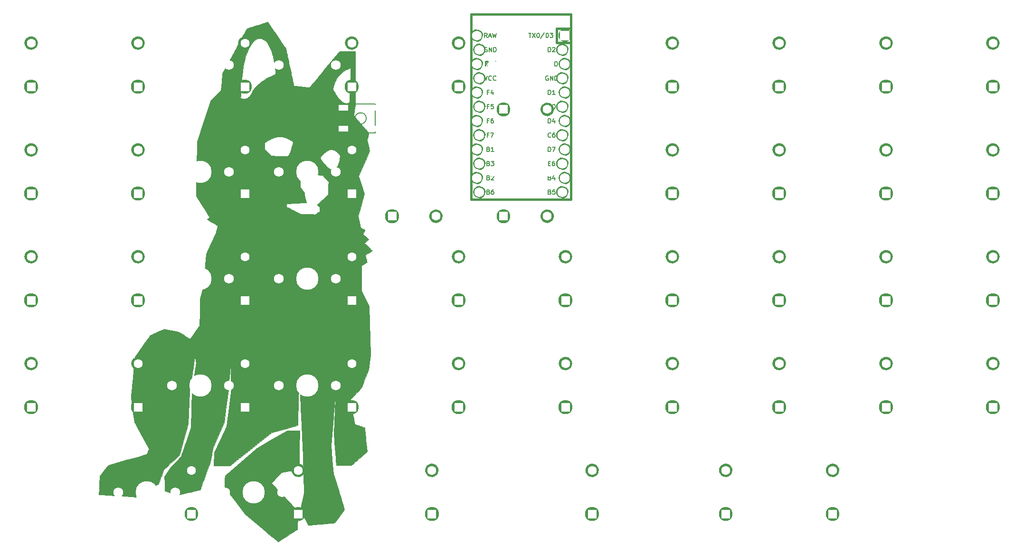
<source format=gto>
G04 #@! TF.GenerationSoftware,KiCad,Pcbnew,(5.1.12)-1*
G04 #@! TF.CreationDate,2022-09-08T23:58:54-04:00*
G04 #@! TF.ProjectId,my-keeb-pro-micro,6d792d6b-6565-4622-9d70-726f2d6d6963,rev?*
G04 #@! TF.SameCoordinates,Original*
G04 #@! TF.FileFunction,Legend,Top*
G04 #@! TF.FilePolarity,Positive*
%FSLAX46Y46*%
G04 Gerber Fmt 4.6, Leading zero omitted, Abs format (unit mm)*
G04 Created by KiCad (PCBNEW (5.1.12)-1) date 2022-09-08 23:58:54*
%MOMM*%
%LPD*%
G01*
G04 APERTURE LIST*
%ADD10C,0.010000*%
%ADD11C,0.381000*%
%ADD12C,0.150000*%
%ADD13C,2.000000*%
%ADD14R,1.600000X1.600000*%
%ADD15C,1.600000*%
%ADD16C,3.987800*%
%ADD17C,1.750000*%
%ADD18R,1.752600X1.752600*%
%ADD19C,1.752600*%
%ADD20R,1.800000X1.100000*%
G04 APERTURE END LIST*
D10*
G36*
X73140366Y-89001014D02*
G01*
X70451150Y-90574039D01*
X64713378Y-95513425D01*
X64699355Y-96247712D01*
X64695938Y-96436284D01*
X64692843Y-96625614D01*
X64690174Y-96807910D01*
X64688034Y-96975378D01*
X64686527Y-97120225D01*
X64685755Y-97234657D01*
X64685679Y-97280167D01*
X64686024Y-97578333D01*
X66501509Y-99948723D01*
X68316993Y-102319114D01*
X71237205Y-104789222D01*
X71542233Y-105047092D01*
X71838790Y-105297522D01*
X72125244Y-105539146D01*
X72399967Y-105770599D01*
X72661326Y-105990517D01*
X72907691Y-106197535D01*
X73137433Y-106390289D01*
X73348919Y-106567412D01*
X73540521Y-106727542D01*
X73710607Y-106869312D01*
X73857546Y-106991358D01*
X73979709Y-107092315D01*
X74075464Y-107170819D01*
X74143181Y-107225504D01*
X74181230Y-107255006D01*
X74189166Y-107260054D01*
X74211070Y-107248797D01*
X74265856Y-107215880D01*
X74351036Y-107162901D01*
X74464122Y-107091459D01*
X74602624Y-107003151D01*
X74764054Y-106899577D01*
X74945922Y-106782334D01*
X75145739Y-106653020D01*
X75361018Y-106513233D01*
X75589268Y-106364573D01*
X75828001Y-106208636D01*
X75903666Y-106159121D01*
X76145158Y-106000927D01*
X76376775Y-105849019D01*
X76596036Y-105705033D01*
X76800460Y-105570606D01*
X76987567Y-105447377D01*
X77154876Y-105336981D01*
X77299907Y-105241057D01*
X77420180Y-105161242D01*
X77513212Y-105099173D01*
X77576525Y-105056488D01*
X77607636Y-105034823D01*
X77610338Y-105032649D01*
X77615669Y-105010984D01*
X77621136Y-104956210D01*
X77626778Y-104867243D01*
X77632636Y-104742996D01*
X77638749Y-104582384D01*
X77645156Y-104384320D01*
X77651897Y-104147719D01*
X77659011Y-103871495D01*
X77666538Y-103554561D01*
X77670416Y-103382848D01*
X77706572Y-101757863D01*
X77593578Y-101635864D01*
X77566219Y-101606743D01*
X77511359Y-101548738D01*
X77430685Y-101463623D01*
X77325887Y-101353175D01*
X77198651Y-101219170D01*
X77050665Y-101063383D01*
X76883619Y-100887591D01*
X76699198Y-100693569D01*
X76499093Y-100483094D01*
X76284989Y-100257942D01*
X76058576Y-100019888D01*
X75821541Y-99770709D01*
X75575572Y-99512180D01*
X75322357Y-99246077D01*
X75247500Y-99167417D01*
X74994495Y-98901514D01*
X74749491Y-98643913D01*
X74514074Y-98396286D01*
X74289828Y-98160305D01*
X74078341Y-97937643D01*
X73881198Y-97729971D01*
X73699985Y-97538963D01*
X73536286Y-97366291D01*
X73391690Y-97213627D01*
X73267780Y-97082643D01*
X73166143Y-96975011D01*
X73088364Y-96892404D01*
X73036030Y-96836494D01*
X73010726Y-96808954D01*
X73008534Y-96806295D01*
X73021328Y-96788505D01*
X73060002Y-96743027D01*
X73121553Y-96673125D01*
X73202976Y-96582062D01*
X73301270Y-96473101D01*
X73413431Y-96349504D01*
X73536456Y-96214534D01*
X73667342Y-96071456D01*
X73803086Y-95923531D01*
X73940684Y-95774022D01*
X74077135Y-95626193D01*
X74209435Y-95483306D01*
X74334580Y-95348625D01*
X74449568Y-95225413D01*
X74551396Y-95116932D01*
X74637060Y-95026445D01*
X74703558Y-94957216D01*
X74747886Y-94912507D01*
X74767042Y-94895582D01*
X74791503Y-94890636D01*
X74854405Y-94879081D01*
X74952471Y-94861492D01*
X75082424Y-94838446D01*
X75240985Y-94810517D01*
X75424878Y-94778281D01*
X75630824Y-94742314D01*
X75855547Y-94703193D01*
X76095768Y-94661491D01*
X76348210Y-94617786D01*
X76372725Y-94613548D01*
X77953034Y-94340379D01*
X77965021Y-94064940D01*
X77966494Y-94011861D01*
X77968087Y-93919047D01*
X77969780Y-93789097D01*
X77971554Y-93624608D01*
X77973391Y-93428179D01*
X77975272Y-93202408D01*
X77977179Y-92949892D01*
X77979092Y-92673231D01*
X77980994Y-92375022D01*
X77982865Y-92057864D01*
X77984686Y-91724354D01*
X77986439Y-91377091D01*
X77988106Y-91018674D01*
X77989666Y-90651699D01*
X77989743Y-90632862D01*
X78002477Y-87476224D01*
X77286447Y-87463300D01*
X77095047Y-87459701D01*
X76898412Y-87455743D01*
X76705418Y-87451623D01*
X76524942Y-87447539D01*
X76365861Y-87443688D01*
X76237054Y-87440265D01*
X76200000Y-87439182D01*
X75829583Y-87427989D01*
X73140366Y-89001014D01*
G37*
X73140366Y-89001014D02*
X70451150Y-90574039D01*
X64713378Y-95513425D01*
X64699355Y-96247712D01*
X64695938Y-96436284D01*
X64692843Y-96625614D01*
X64690174Y-96807910D01*
X64688034Y-96975378D01*
X64686527Y-97120225D01*
X64685755Y-97234657D01*
X64685679Y-97280167D01*
X64686024Y-97578333D01*
X66501509Y-99948723D01*
X68316993Y-102319114D01*
X71237205Y-104789222D01*
X71542233Y-105047092D01*
X71838790Y-105297522D01*
X72125244Y-105539146D01*
X72399967Y-105770599D01*
X72661326Y-105990517D01*
X72907691Y-106197535D01*
X73137433Y-106390289D01*
X73348919Y-106567412D01*
X73540521Y-106727542D01*
X73710607Y-106869312D01*
X73857546Y-106991358D01*
X73979709Y-107092315D01*
X74075464Y-107170819D01*
X74143181Y-107225504D01*
X74181230Y-107255006D01*
X74189166Y-107260054D01*
X74211070Y-107248797D01*
X74265856Y-107215880D01*
X74351036Y-107162901D01*
X74464122Y-107091459D01*
X74602624Y-107003151D01*
X74764054Y-106899577D01*
X74945922Y-106782334D01*
X75145739Y-106653020D01*
X75361018Y-106513233D01*
X75589268Y-106364573D01*
X75828001Y-106208636D01*
X75903666Y-106159121D01*
X76145158Y-106000927D01*
X76376775Y-105849019D01*
X76596036Y-105705033D01*
X76800460Y-105570606D01*
X76987567Y-105447377D01*
X77154876Y-105336981D01*
X77299907Y-105241057D01*
X77420180Y-105161242D01*
X77513212Y-105099173D01*
X77576525Y-105056488D01*
X77607636Y-105034823D01*
X77610338Y-105032649D01*
X77615669Y-105010984D01*
X77621136Y-104956210D01*
X77626778Y-104867243D01*
X77632636Y-104742996D01*
X77638749Y-104582384D01*
X77645156Y-104384320D01*
X77651897Y-104147719D01*
X77659011Y-103871495D01*
X77666538Y-103554561D01*
X77670416Y-103382848D01*
X77706572Y-101757863D01*
X77593578Y-101635864D01*
X77566219Y-101606743D01*
X77511359Y-101548738D01*
X77430685Y-101463623D01*
X77325887Y-101353175D01*
X77198651Y-101219170D01*
X77050665Y-101063383D01*
X76883619Y-100887591D01*
X76699198Y-100693569D01*
X76499093Y-100483094D01*
X76284989Y-100257942D01*
X76058576Y-100019888D01*
X75821541Y-99770709D01*
X75575572Y-99512180D01*
X75322357Y-99246077D01*
X75247500Y-99167417D01*
X74994495Y-98901514D01*
X74749491Y-98643913D01*
X74514074Y-98396286D01*
X74289828Y-98160305D01*
X74078341Y-97937643D01*
X73881198Y-97729971D01*
X73699985Y-97538963D01*
X73536286Y-97366291D01*
X73391690Y-97213627D01*
X73267780Y-97082643D01*
X73166143Y-96975011D01*
X73088364Y-96892404D01*
X73036030Y-96836494D01*
X73010726Y-96808954D01*
X73008534Y-96806295D01*
X73021328Y-96788505D01*
X73060002Y-96743027D01*
X73121553Y-96673125D01*
X73202976Y-96582062D01*
X73301270Y-96473101D01*
X73413431Y-96349504D01*
X73536456Y-96214534D01*
X73667342Y-96071456D01*
X73803086Y-95923531D01*
X73940684Y-95774022D01*
X74077135Y-95626193D01*
X74209435Y-95483306D01*
X74334580Y-95348625D01*
X74449568Y-95225413D01*
X74551396Y-95116932D01*
X74637060Y-95026445D01*
X74703558Y-94957216D01*
X74747886Y-94912507D01*
X74767042Y-94895582D01*
X74791503Y-94890636D01*
X74854405Y-94879081D01*
X74952471Y-94861492D01*
X75082424Y-94838446D01*
X75240985Y-94810517D01*
X75424878Y-94778281D01*
X75630824Y-94742314D01*
X75855547Y-94703193D01*
X76095768Y-94661491D01*
X76348210Y-94617786D01*
X76372725Y-94613548D01*
X77953034Y-94340379D01*
X77965021Y-94064940D01*
X77966494Y-94011861D01*
X77968087Y-93919047D01*
X77969780Y-93789097D01*
X77971554Y-93624608D01*
X77973391Y-93428179D01*
X77975272Y-93202408D01*
X77977179Y-92949892D01*
X77979092Y-92673231D01*
X77980994Y-92375022D01*
X77982865Y-92057864D01*
X77984686Y-91724354D01*
X77986439Y-91377091D01*
X77988106Y-91018674D01*
X77989666Y-90651699D01*
X77989743Y-90632862D01*
X78002477Y-87476224D01*
X77286447Y-87463300D01*
X77095047Y-87459701D01*
X76898412Y-87455743D01*
X76705418Y-87451623D01*
X76524942Y-87447539D01*
X76365861Y-87443688D01*
X76237054Y-87440265D01*
X76200000Y-87439182D01*
X75829583Y-87427989D01*
X73140366Y-89001014D01*
G36*
X72315991Y-14579350D02*
G01*
X72256118Y-14596936D01*
X72162881Y-14624934D01*
X72039750Y-14662272D01*
X71890196Y-14707874D01*
X71717687Y-14760669D01*
X71525694Y-14819584D01*
X71317686Y-14883544D01*
X71097133Y-14951477D01*
X70867504Y-15022309D01*
X70632270Y-15094968D01*
X70394900Y-15168379D01*
X70158863Y-15241470D01*
X69927630Y-15313167D01*
X69704670Y-15382397D01*
X69493453Y-15448087D01*
X69297449Y-15509164D01*
X69120127Y-15564554D01*
X68964956Y-15613184D01*
X68835408Y-15653981D01*
X68734951Y-15685871D01*
X68667055Y-15707781D01*
X68635189Y-15718639D01*
X68633198Y-15719551D01*
X68622516Y-15738550D01*
X68592479Y-15793019D01*
X68544010Y-15881266D01*
X68478036Y-16001601D01*
X68395478Y-16152334D01*
X68297263Y-16331773D01*
X68184314Y-16538229D01*
X68057555Y-16770010D01*
X67917911Y-17025426D01*
X67766306Y-17302786D01*
X67603665Y-17600401D01*
X67430911Y-17916578D01*
X67248969Y-18249628D01*
X67058763Y-18597860D01*
X66861218Y-18959583D01*
X66657257Y-19333107D01*
X66447806Y-19716741D01*
X66419507Y-19768579D01*
X64213044Y-23810324D01*
X64120169Y-25261329D01*
X64027294Y-26712333D01*
X63131327Y-27611917D01*
X62235360Y-28511500D01*
X60975229Y-32247417D01*
X59715098Y-35983333D01*
X59609362Y-45610553D01*
X60795244Y-47481988D01*
X60956941Y-47737580D01*
X61111788Y-47983165D01*
X61258324Y-48216382D01*
X61395090Y-48434870D01*
X61520625Y-48636269D01*
X61633469Y-48818218D01*
X61732162Y-48978356D01*
X61815243Y-49114322D01*
X61881252Y-49223757D01*
X61928729Y-49304298D01*
X61956213Y-49353586D01*
X61962688Y-49369244D01*
X61940011Y-49388375D01*
X61891931Y-49428738D01*
X61825520Y-49484403D01*
X61748458Y-49548928D01*
X61672774Y-49613401D01*
X61610702Y-49668434D01*
X61568572Y-49708259D01*
X61552716Y-49727110D01*
X61552710Y-49727228D01*
X61570128Y-49740903D01*
X61620147Y-49774837D01*
X61699444Y-49826896D01*
X61804696Y-49894946D01*
X61932577Y-49976853D01*
X62079765Y-50070482D01*
X62242935Y-50173701D01*
X62418763Y-50284374D01*
X62493187Y-50331062D01*
X62674508Y-50445251D01*
X62843711Y-50552879D01*
X62997561Y-50651813D01*
X63132823Y-50739923D01*
X63246259Y-50815077D01*
X63334635Y-50875144D01*
X63394714Y-50917993D01*
X63423260Y-50941492D01*
X63425171Y-50944896D01*
X63417802Y-50970900D01*
X63401085Y-51032520D01*
X63376441Y-51124432D01*
X63345293Y-51241309D01*
X63309061Y-51377829D01*
X63269167Y-51528666D01*
X63257576Y-51572583D01*
X63098431Y-52175833D01*
X62228540Y-54059667D01*
X61358649Y-55943500D01*
X61096237Y-58869471D01*
X60833825Y-61795441D01*
X60279087Y-63965667D01*
X60222668Y-66329155D01*
X60166250Y-68692643D01*
X59319583Y-69890307D01*
X59129013Y-70159137D01*
X58961596Y-70393730D01*
X58817415Y-70593976D01*
X58696550Y-70759764D01*
X58599083Y-70890985D01*
X58525094Y-70987530D01*
X58474664Y-71049287D01*
X58447875Y-71076148D01*
X58444164Y-71077311D01*
X58421218Y-71064456D01*
X58365662Y-71031357D01*
X58280868Y-70980075D01*
X58170207Y-70912671D01*
X58037050Y-70831205D01*
X57884768Y-70737738D01*
X57716732Y-70634332D01*
X57536314Y-70523048D01*
X57424003Y-70453650D01*
X56432594Y-69840649D01*
X55180150Y-69586033D01*
X54954805Y-69540378D01*
X54740919Y-69497348D01*
X54542249Y-69457679D01*
X54362548Y-69422105D01*
X54205573Y-69391363D01*
X54075078Y-69366188D01*
X53974819Y-69347315D01*
X53908551Y-69335479D01*
X53880099Y-69331417D01*
X53852378Y-69339911D01*
X53790186Y-69364197D01*
X53697561Y-69402475D01*
X53578536Y-69452945D01*
X53437149Y-69513810D01*
X53277434Y-69583269D01*
X53103428Y-69659525D01*
X52919167Y-69740779D01*
X52728685Y-69825231D01*
X52536020Y-69911082D01*
X52345206Y-69996535D01*
X52160279Y-70079789D01*
X51985276Y-70159046D01*
X51824232Y-70232508D01*
X51681183Y-70298375D01*
X51560164Y-70354848D01*
X51465212Y-70400128D01*
X51400362Y-70432418D01*
X51369650Y-70449917D01*
X51368442Y-70450945D01*
X51352038Y-70472653D01*
X51313314Y-70527024D01*
X51253847Y-70611776D01*
X51175214Y-70724627D01*
X51078992Y-70863295D01*
X50966757Y-71025499D01*
X50840085Y-71208958D01*
X50700554Y-71411389D01*
X50549741Y-71630510D01*
X50389221Y-71864042D01*
X50220571Y-72109701D01*
X50045369Y-72365206D01*
X50014940Y-72409612D01*
X48696245Y-74334224D01*
X48330880Y-77849445D01*
X48291104Y-78232795D01*
X48252531Y-78605845D01*
X48215390Y-78966318D01*
X48179912Y-79311934D01*
X48146325Y-79640416D01*
X48114859Y-79949484D01*
X48085744Y-80236862D01*
X48059209Y-80500269D01*
X48035484Y-80737428D01*
X48014798Y-80946060D01*
X47997381Y-81123888D01*
X47983463Y-81268631D01*
X47973272Y-81378013D01*
X47967039Y-81449754D01*
X47964992Y-81481083D01*
X47967725Y-81517912D01*
X47975818Y-81593723D01*
X47988892Y-81705553D01*
X48006568Y-81850442D01*
X48028466Y-82025429D01*
X48054207Y-82227551D01*
X48083413Y-82453848D01*
X48115704Y-82701359D01*
X48150701Y-82967122D01*
X48188025Y-83248175D01*
X48227296Y-83541558D01*
X48257689Y-83767083D01*
X48550908Y-85936667D01*
X49866228Y-88324421D01*
X51181547Y-90712176D01*
X50965714Y-91181921D01*
X50905668Y-91312387D01*
X50851512Y-91429637D01*
X50805729Y-91528327D01*
X50770804Y-91603114D01*
X50749220Y-91648655D01*
X50743317Y-91660359D01*
X50722586Y-91666992D01*
X50663245Y-91684577D01*
X50567413Y-91712506D01*
X50437205Y-91750175D01*
X50274739Y-91796977D01*
X50082131Y-91852306D01*
X49861498Y-91915557D01*
X49614956Y-91986124D01*
X49344623Y-92063401D01*
X49052615Y-92146782D01*
X48741048Y-92235661D01*
X48412040Y-92329433D01*
X48067706Y-92427491D01*
X47710165Y-92529229D01*
X47341592Y-92634025D01*
X43946429Y-93599000D01*
X43184610Y-94583954D01*
X42422791Y-95568907D01*
X42335489Y-97123954D01*
X42321183Y-97378784D01*
X42307481Y-97622894D01*
X42294580Y-97852742D01*
X42282681Y-98064786D01*
X42271982Y-98255483D01*
X42262680Y-98421292D01*
X42254976Y-98558671D01*
X42249067Y-98664076D01*
X42245153Y-98733967D01*
X42243495Y-98763667D01*
X42238805Y-98848333D01*
X42651194Y-98874989D01*
X42722509Y-98879530D01*
X42833193Y-98886487D01*
X42980363Y-98895679D01*
X43161134Y-98906929D01*
X43372622Y-98920058D01*
X43611942Y-98934888D01*
X43876211Y-98951241D01*
X44162544Y-98968937D01*
X44468057Y-98987799D01*
X44789866Y-99007648D01*
X45125086Y-99028306D01*
X45470833Y-99049594D01*
X45824223Y-99071334D01*
X45977545Y-99080760D01*
X48891507Y-99259877D01*
X50856462Y-98104701D01*
X51121791Y-97948557D01*
X51377164Y-97797962D01*
X51620171Y-97654352D01*
X51848403Y-97519164D01*
X52059453Y-97393837D01*
X52250911Y-97279806D01*
X52420368Y-97178510D01*
X52565415Y-97091385D01*
X52683645Y-97019868D01*
X52772648Y-96965398D01*
X52830015Y-96929410D01*
X52853337Y-96913342D01*
X52853486Y-96913183D01*
X52866523Y-96887431D01*
X52893176Y-96825568D01*
X52932068Y-96731071D01*
X52981822Y-96607418D01*
X53041059Y-96458086D01*
X53108400Y-96286552D01*
X53182469Y-96096294D01*
X53261887Y-95890788D01*
X53345277Y-95673513D01*
X53360045Y-95634881D01*
X53834533Y-94392923D01*
X55103498Y-93191628D01*
X55301030Y-93004674D01*
X55491664Y-92824334D01*
X55672880Y-92652986D01*
X55842159Y-92493008D01*
X55996984Y-92346778D01*
X56134833Y-92216674D01*
X56253189Y-92105074D01*
X56349532Y-92014356D01*
X56421344Y-91946899D01*
X56466105Y-91905080D01*
X56476943Y-91895083D01*
X56581423Y-91799833D01*
X58180683Y-86254167D01*
X58400959Y-80560333D01*
X58877556Y-77311604D01*
X58931199Y-76946121D01*
X58983205Y-76592142D01*
X59033241Y-76251924D01*
X59080971Y-75927721D01*
X59126063Y-75621790D01*
X59168182Y-75336387D01*
X59206995Y-75073767D01*
X59242169Y-74836186D01*
X59273368Y-74625900D01*
X59300260Y-74445165D01*
X59322510Y-74296236D01*
X59339785Y-74181370D01*
X59351751Y-74102821D01*
X59358075Y-74062846D01*
X59359002Y-74058026D01*
X59363617Y-74076212D01*
X59373309Y-74130382D01*
X59387193Y-74214605D01*
X59404383Y-74322954D01*
X59423994Y-74449501D01*
X59445141Y-74588316D01*
X59466938Y-74733471D01*
X59488500Y-74879038D01*
X59508941Y-75019088D01*
X59527375Y-75147692D01*
X59542918Y-75258922D01*
X59554685Y-75346850D01*
X59561788Y-75405547D01*
X59563520Y-75427417D01*
X59560155Y-75454873D01*
X59550581Y-75521465D01*
X59535211Y-75624519D01*
X59514459Y-75761356D01*
X59488740Y-75929303D01*
X59458468Y-76125683D01*
X59424056Y-76347821D01*
X59385919Y-76593040D01*
X59344471Y-76858666D01*
X59300125Y-77142021D01*
X59253297Y-77440431D01*
X59204399Y-77751220D01*
X59180329Y-77903917D01*
X58798063Y-80327500D01*
X58723211Y-83650667D01*
X58648358Y-86973833D01*
X57781234Y-89471500D01*
X57672290Y-89784991D01*
X57566851Y-90087788D01*
X57465781Y-90377439D01*
X57369944Y-90651494D01*
X57280205Y-90907500D01*
X57197428Y-91143007D01*
X57122478Y-91355564D01*
X57056217Y-91542720D01*
X56999512Y-91702023D01*
X56953225Y-91831023D01*
X56918222Y-91927268D01*
X56895366Y-91988306D01*
X56885659Y-92011500D01*
X56866662Y-92033915D01*
X56821242Y-92084604D01*
X56751861Y-92160891D01*
X56660982Y-92260104D01*
X56551067Y-92379568D01*
X56424578Y-92516609D01*
X56283978Y-92668553D01*
X56131729Y-92832726D01*
X55970293Y-93006453D01*
X55894349Y-93088063D01*
X54931491Y-94122293D01*
X54429885Y-94903277D01*
X53928278Y-95684261D01*
X53962389Y-96790047D01*
X53969012Y-97007536D01*
X53975205Y-97216265D01*
X53980842Y-97411626D01*
X53985797Y-97589010D01*
X53989945Y-97743810D01*
X53993160Y-97871416D01*
X53995317Y-97967222D01*
X53996290Y-98026618D01*
X53996333Y-98036121D01*
X53996166Y-98176409D01*
X56165750Y-98961889D01*
X58224888Y-98479334D01*
X58512603Y-98411846D01*
X58788532Y-98347004D01*
X59049900Y-98285464D01*
X59293932Y-98227885D01*
X59517853Y-98174928D01*
X59718888Y-98127249D01*
X59894263Y-98085509D01*
X60041202Y-98050365D01*
X60156932Y-98022476D01*
X60238676Y-98002502D01*
X60283661Y-97991101D01*
X60291863Y-97988639D01*
X60300148Y-97968184D01*
X60322405Y-97910483D01*
X60357732Y-97817928D01*
X60405227Y-97692906D01*
X60463986Y-97537808D01*
X60533108Y-97355023D01*
X60611690Y-97146941D01*
X60698830Y-96915950D01*
X60793626Y-96664440D01*
X60895175Y-96394801D01*
X61002574Y-96109421D01*
X61114922Y-95810691D01*
X61225824Y-95515616D01*
X62151948Y-93050731D01*
X62561530Y-90635667D01*
X63561066Y-88307333D01*
X64560601Y-85979000D01*
X64931310Y-83100333D01*
X65302018Y-80221667D01*
X65529913Y-77575833D01*
X65564302Y-77177467D01*
X65595367Y-76819606D01*
X65623272Y-76500568D01*
X65648180Y-76218669D01*
X65670253Y-75972226D01*
X65689656Y-75759554D01*
X65706551Y-75578970D01*
X65721103Y-75428791D01*
X65733474Y-75307333D01*
X65743827Y-75212913D01*
X65752326Y-75143846D01*
X65759135Y-75098451D01*
X65764415Y-75075042D01*
X65768332Y-75071937D01*
X65771048Y-75087452D01*
X65771160Y-75088750D01*
X65773043Y-75130939D01*
X65775052Y-75212532D01*
X65777158Y-75330598D01*
X65779334Y-75482209D01*
X65781549Y-75664434D01*
X65783776Y-75874345D01*
X65785984Y-76109010D01*
X65788146Y-76365501D01*
X65790232Y-76640888D01*
X65792213Y-76932242D01*
X65794061Y-77236632D01*
X65795746Y-77551129D01*
X65796025Y-77607583D01*
X65807536Y-79967667D01*
X65396944Y-83343750D01*
X64986351Y-86719833D01*
X63874487Y-89012040D01*
X62762623Y-91304248D01*
X62731723Y-93694250D01*
X65555684Y-93694250D01*
X69295633Y-90756049D01*
X73035583Y-87817849D01*
X75347395Y-87153380D01*
X77659207Y-86488910D01*
X77669216Y-86403288D01*
X77670768Y-86373978D01*
X77673399Y-86304375D01*
X77677051Y-86196505D01*
X77681665Y-86052393D01*
X77687182Y-85874064D01*
X77693543Y-85663544D01*
X77700690Y-85422858D01*
X77708564Y-85154030D01*
X77717106Y-84859088D01*
X77726257Y-84540056D01*
X77735959Y-84198958D01*
X77746152Y-83837822D01*
X77756779Y-83458671D01*
X77767780Y-83063532D01*
X77779096Y-82654429D01*
X77790669Y-82233389D01*
X77798218Y-81957333D01*
X77809876Y-81530769D01*
X77821261Y-81115441D01*
X77832317Y-80713334D01*
X77842988Y-80326430D01*
X77853219Y-79956713D01*
X77862953Y-79606166D01*
X77872136Y-79276771D01*
X77880710Y-78970512D01*
X77888622Y-78689373D01*
X77895814Y-78435336D01*
X77902231Y-78210384D01*
X77907817Y-78016500D01*
X77912517Y-77855668D01*
X77916274Y-77729871D01*
X77919034Y-77641092D01*
X77920740Y-77591314D01*
X77921266Y-77580765D01*
X77922630Y-77600405D01*
X77926047Y-77660799D01*
X77931438Y-77760421D01*
X77938726Y-77897748D01*
X77947833Y-78071252D01*
X77958680Y-78279409D01*
X77971189Y-78520694D01*
X77985282Y-78793580D01*
X78000881Y-79096543D01*
X78017907Y-79428058D01*
X78036283Y-79786598D01*
X78055931Y-80170638D01*
X78076772Y-80578654D01*
X78098728Y-81009119D01*
X78121722Y-81460509D01*
X78145674Y-81931297D01*
X78170506Y-82419959D01*
X78196142Y-82924970D01*
X78222502Y-83444803D01*
X78249508Y-83977933D01*
X78277082Y-84522835D01*
X78291026Y-84798598D01*
X78656729Y-92032667D01*
X78764035Y-98657833D01*
X78457485Y-100118333D01*
X78406450Y-100361652D01*
X78357875Y-100593574D01*
X78312477Y-100810655D01*
X78270972Y-101009453D01*
X78234077Y-101186524D01*
X78202510Y-101338427D01*
X78176987Y-101461717D01*
X78158224Y-101552952D01*
X78146938Y-101608689D01*
X78143843Y-101624923D01*
X78152636Y-101653567D01*
X78181921Y-101718178D01*
X78231262Y-101817925D01*
X78300223Y-101951977D01*
X78388369Y-102119502D01*
X78495263Y-102319670D01*
X78620471Y-102551649D01*
X78763555Y-102814607D01*
X78856416Y-102984371D01*
X79576083Y-104297729D01*
X79692500Y-104295068D01*
X79768880Y-104292168D01*
X79835582Y-104287695D01*
X79861833Y-104284853D01*
X79889855Y-104282005D01*
X79957184Y-104275747D01*
X80060951Y-104266334D01*
X80198288Y-104254018D01*
X80366327Y-104239054D01*
X80562200Y-104221695D01*
X80783038Y-104202196D01*
X81025974Y-104180809D01*
X81288139Y-104157790D01*
X81566665Y-104133391D01*
X81858684Y-104107866D01*
X82093411Y-104087388D01*
X82393013Y-104061129D01*
X82680705Y-104035636D01*
X82953683Y-104011172D01*
X83209146Y-103987999D01*
X83444291Y-103966383D01*
X83656315Y-103946586D01*
X83842417Y-103928873D01*
X83999793Y-103913505D01*
X84125642Y-103900748D01*
X84217161Y-103890865D01*
X84271547Y-103884119D01*
X84286439Y-103881156D01*
X84301085Y-103861746D01*
X84338693Y-103811018D01*
X84397187Y-103731791D01*
X84474493Y-103626884D01*
X84568538Y-103499115D01*
X84677246Y-103351304D01*
X84798544Y-103186269D01*
X84930356Y-103006830D01*
X85070610Y-102815806D01*
X85155115Y-102700667D01*
X85317418Y-102478827D01*
X85466239Y-102274073D01*
X85600105Y-102088495D01*
X85717541Y-101924180D01*
X85817073Y-101783216D01*
X85897227Y-101667693D01*
X85956528Y-101579699D01*
X85993504Y-101521322D01*
X86006680Y-101494650D01*
X86006686Y-101494167D01*
X86000204Y-101469494D01*
X85981831Y-101406606D01*
X85952248Y-101307711D01*
X85912131Y-101175019D01*
X85862159Y-101010738D01*
X85803008Y-100817077D01*
X85735359Y-100596246D01*
X85659887Y-100350454D01*
X85577271Y-100081909D01*
X85488190Y-99792821D01*
X85393321Y-99485399D01*
X85293341Y-99161852D01*
X85188929Y-98824389D01*
X85080763Y-98475220D01*
X85029060Y-98308465D01*
X84054171Y-95165097D01*
X83831251Y-92635798D01*
X83608332Y-90106500D01*
X84036768Y-84969866D01*
X84075362Y-84507497D01*
X84113075Y-84056360D01*
X84149754Y-83618263D01*
X84185245Y-83195012D01*
X84219396Y-82788414D01*
X84252053Y-82400275D01*
X84283062Y-82032403D01*
X84312272Y-81686604D01*
X84339528Y-81364684D01*
X84364677Y-81068450D01*
X84387566Y-80799710D01*
X84408043Y-80560268D01*
X84425953Y-80351934D01*
X84441144Y-80176511D01*
X84453462Y-80035809D01*
X84462755Y-79931633D01*
X84468868Y-79865789D01*
X84471649Y-79840085D01*
X84471761Y-79839788D01*
X84471478Y-79861264D01*
X84469343Y-79922976D01*
X84465445Y-80022873D01*
X84459875Y-80158901D01*
X84452722Y-80329007D01*
X84444078Y-80531141D01*
X84434030Y-80763250D01*
X84422671Y-81023280D01*
X84410089Y-81309180D01*
X84396374Y-81618897D01*
X84381618Y-81950379D01*
X84365909Y-82301573D01*
X84349338Y-82670428D01*
X84331995Y-83054890D01*
X84313970Y-83452908D01*
X84295352Y-83862428D01*
X84294263Y-83886338D01*
X84110210Y-87926333D01*
X84331984Y-90757365D01*
X84358864Y-91099594D01*
X84384967Y-91430142D01*
X84410092Y-91746559D01*
X84434037Y-92046392D01*
X84456604Y-92327190D01*
X84477591Y-92586501D01*
X84496798Y-92821875D01*
X84514025Y-93030859D01*
X84529070Y-93211001D01*
X84541734Y-93359851D01*
X84551816Y-93474957D01*
X84559115Y-93553867D01*
X84563432Y-93594130D01*
X84564350Y-93598989D01*
X84586797Y-93601034D01*
X84648010Y-93603378D01*
X84744428Y-93605956D01*
X84872484Y-93608706D01*
X85028615Y-93611563D01*
X85209258Y-93614463D01*
X85410847Y-93617344D01*
X85629818Y-93620141D01*
X85862608Y-93622790D01*
X85940737Y-93623609D01*
X87306530Y-93637636D01*
X88637723Y-92445734D01*
X88841011Y-92263687D01*
X89036003Y-92089013D01*
X89220283Y-91923877D01*
X89391438Y-91770446D01*
X89547053Y-91630885D01*
X89684714Y-91507360D01*
X89802008Y-91402039D01*
X89896519Y-91317085D01*
X89965834Y-91254667D01*
X90007538Y-91216949D01*
X90018547Y-91206846D01*
X90068178Y-91159860D01*
X89842300Y-89035239D01*
X89810879Y-88739987D01*
X89780683Y-88456837D01*
X89752015Y-88188600D01*
X89725180Y-87938085D01*
X89700479Y-87708105D01*
X89678217Y-87501470D01*
X89658696Y-87320992D01*
X89642219Y-87169480D01*
X89629091Y-87049747D01*
X89619614Y-86964602D01*
X89614091Y-86916857D01*
X89612753Y-86907191D01*
X89592607Y-86899868D01*
X89536461Y-86880306D01*
X89448394Y-86849903D01*
X89332480Y-86810059D01*
X89192798Y-86762175D01*
X89033423Y-86707650D01*
X88858433Y-86647883D01*
X88731643Y-86604637D01*
X88548161Y-86541989D01*
X88377393Y-86483496D01*
X88223436Y-86430575D01*
X88090386Y-86384643D01*
X87982339Y-86347114D01*
X87903391Y-86319408D01*
X87857638Y-86302939D01*
X87847575Y-86298880D01*
X87842474Y-86277084D01*
X87830591Y-86216943D01*
X87812526Y-86121794D01*
X87788877Y-85994979D01*
X87760244Y-85839834D01*
X87727225Y-85659701D01*
X87690421Y-85457917D01*
X87650431Y-85237823D01*
X87607852Y-85002756D01*
X87563286Y-84756057D01*
X87517331Y-84501064D01*
X87470586Y-84241116D01*
X87423651Y-83979553D01*
X87377124Y-83719714D01*
X87331605Y-83464938D01*
X87287694Y-83218563D01*
X87245989Y-82983930D01*
X87207090Y-82764377D01*
X87171595Y-82563243D01*
X87140105Y-82383868D01*
X87113217Y-82229590D01*
X87091533Y-82103749D01*
X87075650Y-82009684D01*
X87066168Y-81950733D01*
X87063618Y-81930363D01*
X87078766Y-81910749D01*
X87120682Y-81863089D01*
X87186941Y-81789995D01*
X87275116Y-81694078D01*
X87382785Y-81577950D01*
X87507520Y-81444223D01*
X87646898Y-81295509D01*
X87798494Y-81134419D01*
X87959881Y-80963565D01*
X88031349Y-80888101D01*
X88993614Y-79872810D01*
X89100311Y-79618417D01*
X84493991Y-79618417D01*
X84490665Y-79648465D01*
X84483315Y-79644875D01*
X84480519Y-79601539D01*
X84483315Y-79591958D01*
X84491041Y-79589299D01*
X84493991Y-79618417D01*
X89100311Y-79618417D01*
X89675976Y-78245890D01*
X90358337Y-76618971D01*
X90489878Y-75245319D01*
X90621418Y-73871667D01*
X90385198Y-65272447D01*
X89716902Y-63909973D01*
X89048605Y-62547500D01*
X89027430Y-60864750D01*
X89023985Y-60582718D01*
X89020716Y-60299042D01*
X89017669Y-60018647D01*
X89014889Y-59746454D01*
X89012421Y-59487389D01*
X89010309Y-59246373D01*
X89008600Y-59028331D01*
X89007339Y-58838186D01*
X89006570Y-58680860D01*
X89006338Y-58568167D01*
X89006420Y-57954333D01*
X89516295Y-57689750D01*
X89651069Y-57619201D01*
X89773132Y-57554135D01*
X89877520Y-57497292D01*
X89959267Y-57451414D01*
X90013411Y-57419240D01*
X90034985Y-57403513D01*
X90035082Y-57403313D01*
X90031561Y-57379900D01*
X90018797Y-57321672D01*
X89998343Y-57234749D01*
X89971753Y-57125250D01*
X89940577Y-56999294D01*
X89906370Y-56863001D01*
X89870684Y-56722488D01*
X89835071Y-56583877D01*
X89801085Y-56453286D01*
X89770277Y-56336833D01*
X89744202Y-56240640D01*
X89724410Y-56170824D01*
X89713785Y-56137060D01*
X89729271Y-56120855D01*
X89777355Y-56085911D01*
X89854048Y-56034785D01*
X89955362Y-55970038D01*
X90077311Y-55894229D01*
X90215905Y-55809916D01*
X90328753Y-55742417D01*
X90475599Y-55654491D01*
X90610157Y-55572565D01*
X90728237Y-55499297D01*
X90825648Y-55437342D01*
X90898201Y-55389357D01*
X90941706Y-55357999D01*
X90952781Y-55346742D01*
X90937433Y-55315875D01*
X90912632Y-55293092D01*
X90889321Y-55272540D01*
X90839276Y-55225412D01*
X90765826Y-55154938D01*
X90672298Y-55064348D01*
X90562020Y-54956873D01*
X90438321Y-54835741D01*
X90304528Y-54704184D01*
X90224906Y-54625651D01*
X89577716Y-53986602D01*
X89958816Y-53664175D01*
X90065838Y-53572780D01*
X90160776Y-53490073D01*
X90239222Y-53420028D01*
X90296768Y-53366621D01*
X90329008Y-53333826D01*
X90334333Y-53325516D01*
X90317487Y-53308007D01*
X90270193Y-53265345D01*
X90192138Y-53197261D01*
X90083006Y-53103486D01*
X89942485Y-52983751D01*
X89770258Y-52837788D01*
X89566013Y-52665327D01*
X89362677Y-52494065D01*
X89299271Y-52440713D01*
X89483355Y-52049136D01*
X89550194Y-51904745D01*
X89598709Y-51794505D01*
X89630201Y-51715056D01*
X89645970Y-51663038D01*
X89647314Y-51635092D01*
X89645138Y-51630946D01*
X89619984Y-51613683D01*
X89562955Y-51581180D01*
X89480226Y-51536746D01*
X89377975Y-51483688D01*
X89262380Y-51425314D01*
X89245270Y-51416800D01*
X88867703Y-51229266D01*
X88469705Y-49157788D01*
X89020124Y-47163969D01*
X89570543Y-45170149D01*
X89045631Y-43595729D01*
X88870874Y-43071561D01*
X83165842Y-43071561D01*
X83153733Y-43824280D01*
X83150393Y-44020233D01*
X83146625Y-44221476D01*
X83142613Y-44419384D01*
X83138543Y-44605334D01*
X83134600Y-44770703D01*
X83130970Y-44906867D01*
X83129261Y-44963452D01*
X83116897Y-45349904D01*
X82124365Y-46250582D01*
X81951017Y-46408119D01*
X81787291Y-46557362D01*
X81635831Y-46695871D01*
X81499280Y-46821205D01*
X81380284Y-46930927D01*
X81281486Y-47022597D01*
X81205529Y-47093774D01*
X81155058Y-47142021D01*
X81132716Y-47164897D01*
X81131833Y-47166335D01*
X81147775Y-47183929D01*
X81191516Y-47221782D01*
X81256923Y-47274832D01*
X81337867Y-47338021D01*
X81364666Y-47358505D01*
X81597500Y-47535600D01*
X81595390Y-47918967D01*
X81593969Y-48045248D01*
X81591326Y-48159445D01*
X81587748Y-48253754D01*
X81583523Y-48320372D01*
X81579515Y-48349832D01*
X81560946Y-48375090D01*
X81514908Y-48413094D01*
X81439014Y-48465471D01*
X81330879Y-48533849D01*
X81188116Y-48619854D01*
X81153000Y-48640609D01*
X80740250Y-48883886D01*
X80359250Y-48871773D01*
X80250982Y-48868363D01*
X80107737Y-48863902D01*
X79936853Y-48858616D01*
X79745668Y-48852729D01*
X79541518Y-48846469D01*
X79331741Y-48840061D01*
X79123675Y-48833730D01*
X79099833Y-48833007D01*
X78221416Y-48806354D01*
X76955916Y-48173344D01*
X76690373Y-48040239D01*
X76460889Y-47924576D01*
X76265454Y-47825287D01*
X76102052Y-47741307D01*
X75968672Y-47671569D01*
X75863301Y-47615006D01*
X75783926Y-47570552D01*
X75728534Y-47537140D01*
X75695111Y-47513704D01*
X75681646Y-47499177D01*
X75681279Y-47498000D01*
X75677113Y-47460486D01*
X75672788Y-47391054D01*
X75668854Y-47300115D01*
X75666196Y-47212400D01*
X75660250Y-46969133D01*
X77459416Y-46877055D01*
X77731261Y-46863104D01*
X77990717Y-46849715D01*
X78234709Y-46837049D01*
X78460160Y-46825271D01*
X78663994Y-46814544D01*
X78843135Y-46805030D01*
X78994507Y-46796893D01*
X79115033Y-46790297D01*
X79201637Y-46785403D01*
X79251243Y-46782376D01*
X79262321Y-46781445D01*
X79256918Y-46761330D01*
X79239672Y-46707253D01*
X79212585Y-46625258D01*
X79177658Y-46521391D01*
X79136892Y-46401695D01*
X79128066Y-46375957D01*
X79081143Y-46237567D01*
X79044556Y-46123663D01*
X79015776Y-46023579D01*
X78992277Y-45926652D01*
X78971531Y-45822218D01*
X78951011Y-45699612D01*
X78928189Y-45548170D01*
X78922269Y-45507591D01*
X78854464Y-45041181D01*
X78132718Y-44044207D01*
X78142966Y-43351753D01*
X78153213Y-42659300D01*
X78727065Y-42204263D01*
X79300916Y-41749226D01*
X79438500Y-41760439D01*
X79484611Y-41763268D01*
X79568798Y-41767454D01*
X79686831Y-41772821D01*
X79834479Y-41779192D01*
X80007512Y-41786391D01*
X80201701Y-41794242D01*
X80412815Y-41802568D01*
X80636625Y-41811193D01*
X80832674Y-41818589D01*
X82089264Y-41865526D01*
X82627553Y-42468544D01*
X83165842Y-43071561D01*
X88870874Y-43071561D01*
X88520720Y-42021309D01*
X89518999Y-39787596D01*
X90144585Y-38387808D01*
X85244845Y-38387808D01*
X85219506Y-38624904D01*
X85179246Y-38921558D01*
X85122857Y-39217634D01*
X85052635Y-39504610D01*
X84970873Y-39773966D01*
X84879866Y-40017181D01*
X84795356Y-40200107D01*
X84667042Y-40420269D01*
X84529594Y-40601147D01*
X84383744Y-40742301D01*
X84230225Y-40843289D01*
X84069766Y-40903669D01*
X83903100Y-40922999D01*
X83730959Y-40900839D01*
X83665874Y-40881985D01*
X83485666Y-40804881D01*
X83292792Y-40690079D01*
X83089285Y-40539581D01*
X82877177Y-40355388D01*
X82658500Y-40139501D01*
X82435288Y-39893923D01*
X82209572Y-39620654D01*
X81983387Y-39321697D01*
X81768574Y-39013702D01*
X81657339Y-38847903D01*
X81736671Y-38727952D01*
X81876755Y-38529771D01*
X82034332Y-38330376D01*
X82201920Y-38138041D01*
X82372038Y-37961043D01*
X82537204Y-37807658D01*
X82655833Y-37711202D01*
X82844539Y-37583514D01*
X83042569Y-37475941D01*
X83237225Y-37395009D01*
X83322763Y-37368352D01*
X83408081Y-37347209D01*
X83485193Y-37334649D01*
X83568559Y-37329406D01*
X83672638Y-37330219D01*
X83734316Y-37332394D01*
X83899752Y-37345445D01*
X84043454Y-37372870D01*
X84179126Y-37419031D01*
X84320468Y-37488289D01*
X84433574Y-37554989D01*
X84539256Y-37629945D01*
X84660583Y-37731358D01*
X84789014Y-37850941D01*
X84916008Y-37980407D01*
X85033023Y-38111470D01*
X85121847Y-38222737D01*
X85244845Y-38387808D01*
X90144585Y-38387808D01*
X90517279Y-37553884D01*
X90280977Y-36607726D01*
X90136244Y-36028210D01*
X76856166Y-36028210D01*
X76850319Y-36054360D01*
X76833598Y-36116780D01*
X76807232Y-36211173D01*
X76772451Y-36333244D01*
X76730485Y-36478695D01*
X76682564Y-36643231D01*
X76629917Y-36822555D01*
X76593448Y-36946014D01*
X76529279Y-37162196D01*
X76475367Y-37342146D01*
X76430172Y-37490287D01*
X76392153Y-37611042D01*
X76359768Y-37708833D01*
X76331475Y-37788084D01*
X76305735Y-37853218D01*
X76281005Y-37908659D01*
X76255743Y-37958829D01*
X76228410Y-38008151D01*
X76215673Y-38030137D01*
X76156101Y-38132222D01*
X76093125Y-38240396D01*
X76036741Y-38337482D01*
X76014914Y-38375167D01*
X75929213Y-38523333D01*
X75688898Y-38517659D01*
X75622919Y-38516073D01*
X75519344Y-38513545D01*
X75382898Y-38510193D01*
X75218305Y-38506133D01*
X75030289Y-38501482D01*
X74823574Y-38496357D01*
X74602886Y-38490875D01*
X74372948Y-38485152D01*
X74210333Y-38481099D01*
X72972083Y-38450212D01*
X72374125Y-37846521D01*
X71776166Y-37242831D01*
X71776166Y-36088345D01*
X72100158Y-35871690D01*
X72497866Y-35627080D01*
X72899492Y-35422269D01*
X73303344Y-35258001D01*
X73707728Y-35135022D01*
X73850500Y-35101563D01*
X73933003Y-35084880D01*
X74010020Y-35072494D01*
X74090175Y-35063795D01*
X74182091Y-35058171D01*
X74294392Y-35055012D01*
X74435701Y-35053705D01*
X74527833Y-35053555D01*
X74688940Y-35054128D01*
X74816062Y-35056229D01*
X74917538Y-35060438D01*
X75001706Y-35067335D01*
X75076905Y-35077497D01*
X75151473Y-35091506D01*
X75187868Y-35099403D01*
X75558539Y-35203366D01*
X75912808Y-35345306D01*
X76247294Y-35523788D01*
X76368739Y-35601047D01*
X76470075Y-35672020D01*
X76570638Y-35748526D01*
X76664519Y-35825385D01*
X76745808Y-35897418D01*
X76808593Y-35959445D01*
X76846964Y-36006287D01*
X76856166Y-36028210D01*
X90136244Y-36028210D01*
X90044676Y-35661569D01*
X90201535Y-35008434D01*
X90246494Y-34819642D01*
X90281651Y-34667961D01*
X90307753Y-34549503D01*
X90325545Y-34460381D01*
X90335772Y-34396708D01*
X90339181Y-34354597D01*
X90336516Y-34330158D01*
X90332988Y-34323157D01*
X90315740Y-34302830D01*
X90272737Y-34252766D01*
X90205935Y-34175230D01*
X90117291Y-34072489D01*
X90008764Y-33946805D01*
X89882310Y-33800446D01*
X89739886Y-33635675D01*
X89583449Y-33454759D01*
X89414957Y-33259961D01*
X89236367Y-33053548D01*
X89049636Y-32837783D01*
X88997101Y-32777090D01*
X88808412Y-32559102D01*
X88627271Y-32349819D01*
X88455639Y-32151508D01*
X88295479Y-31966438D01*
X88148754Y-31796878D01*
X88017425Y-31645094D01*
X87903456Y-31513356D01*
X87808809Y-31403932D01*
X87735445Y-31319089D01*
X87685329Y-31261096D01*
X87660422Y-31232222D01*
X87658260Y-31229696D01*
X87651992Y-31215906D01*
X87649529Y-31190864D01*
X87651448Y-31150806D01*
X87658322Y-31091969D01*
X87670728Y-31010590D01*
X87689241Y-30902907D01*
X87714437Y-30765156D01*
X87746890Y-30593574D01*
X87787176Y-30384398D01*
X87788701Y-30376522D01*
X87947500Y-29556818D01*
X87947500Y-22893800D01*
X87138995Y-22893800D01*
X87138750Y-22954993D01*
X87137589Y-23032846D01*
X87135464Y-23129353D01*
X87132327Y-23246506D01*
X87128130Y-23386300D01*
X87122823Y-23550728D01*
X87116359Y-23741784D01*
X87108689Y-23961461D01*
X87099764Y-24211754D01*
X87089537Y-24494656D01*
X87077958Y-24812160D01*
X87064980Y-25166261D01*
X87050553Y-25558952D01*
X87036893Y-25930636D01*
X86930619Y-28822927D01*
X86883434Y-28861913D01*
X86777669Y-28933487D01*
X86650171Y-28995866D01*
X86516593Y-29042825D01*
X86392589Y-29068139D01*
X86358596Y-29070616D01*
X86308012Y-29067865D01*
X86234754Y-29058877D01*
X86178679Y-29049793D01*
X85986937Y-28995207D01*
X85788232Y-28899605D01*
X85583248Y-28763608D01*
X85372667Y-28587837D01*
X85157170Y-28372914D01*
X84937441Y-28119459D01*
X84714161Y-27828095D01*
X84506299Y-27527250D01*
X84430539Y-27409995D01*
X84350866Y-27282322D01*
X84270435Y-27149741D01*
X84192403Y-27017763D01*
X84119926Y-26891899D01*
X84056160Y-26777661D01*
X84004260Y-26680559D01*
X83967382Y-26606104D01*
X83948684Y-26559808D01*
X83947000Y-26550577D01*
X83952812Y-26506908D01*
X83968849Y-26430607D01*
X83993017Y-26329545D01*
X84023218Y-26211590D01*
X84057357Y-26084611D01*
X84093337Y-25956478D01*
X84129062Y-25835060D01*
X84162435Y-25728226D01*
X84180193Y-25675167D01*
X84291645Y-25388151D01*
X84428322Y-25093270D01*
X84583982Y-24801895D01*
X84752384Y-24525395D01*
X84927286Y-24275142D01*
X84999303Y-24182917D01*
X85199569Y-23955624D01*
X85428418Y-23730527D01*
X85674656Y-23517409D01*
X85927088Y-23326058D01*
X86136342Y-23188934D01*
X86256358Y-23120276D01*
X86390276Y-23050104D01*
X86531157Y-22981429D01*
X86672064Y-22917263D01*
X86806058Y-22860615D01*
X86926202Y-22814497D01*
X87025557Y-22781920D01*
X87097185Y-22765894D01*
X87113825Y-22764750D01*
X87119157Y-22764440D01*
X87123962Y-22764841D01*
X87128190Y-22767945D01*
X87131794Y-22775746D01*
X87134725Y-22790239D01*
X87136935Y-22813416D01*
X87138374Y-22847272D01*
X87138995Y-22893800D01*
X87947500Y-22893800D01*
X87947500Y-19801417D01*
X85142916Y-19802521D01*
X82467914Y-23029886D01*
X82201070Y-23351749D01*
X81941391Y-23664810D01*
X81690169Y-23967517D01*
X81448696Y-24258320D01*
X81218265Y-24535667D01*
X81000168Y-24798007D01*
X80795697Y-25043789D01*
X80606143Y-25271462D01*
X80432800Y-25479475D01*
X80276960Y-25666277D01*
X80139914Y-25830316D01*
X80022955Y-25970041D01*
X79927375Y-26083902D01*
X79854466Y-26170347D01*
X79805520Y-26227826D01*
X79781830Y-26254786D01*
X79779747Y-26256725D01*
X79748913Y-26253988D01*
X79681257Y-26246975D01*
X79580997Y-26236166D01*
X79452352Y-26222042D01*
X79299541Y-26205083D01*
X79126780Y-26185770D01*
X78938288Y-26164582D01*
X78738284Y-26142001D01*
X78530986Y-26118506D01*
X78320611Y-26094578D01*
X78111378Y-26070697D01*
X77907506Y-26047344D01*
X77713211Y-26024999D01*
X77532713Y-26004142D01*
X77370229Y-25985254D01*
X77229978Y-25968815D01*
X77116177Y-25955305D01*
X77033046Y-25945205D01*
X76984802Y-25938995D01*
X76974045Y-25937217D01*
X76968938Y-25915955D01*
X76955648Y-25855473D01*
X76934642Y-25757988D01*
X76906389Y-25625720D01*
X76871357Y-25460888D01*
X76830014Y-25265711D01*
X76782829Y-25042408D01*
X76730269Y-24793197D01*
X76672802Y-24520298D01*
X76610897Y-24225929D01*
X76545022Y-23912310D01*
X76507325Y-23732642D01*
X73723296Y-23732642D01*
X73723091Y-23833667D01*
X73495754Y-23936579D01*
X73364654Y-23998264D01*
X73205445Y-24076928D01*
X73026537Y-24168140D01*
X72836339Y-24267464D01*
X72643261Y-24370468D01*
X72455711Y-24472716D01*
X72282099Y-24569776D01*
X72146583Y-24647931D01*
X71750832Y-24889835D01*
X71379860Y-25135380D01*
X71036149Y-25382556D01*
X70722184Y-25629353D01*
X70440448Y-25873762D01*
X70193423Y-26113771D01*
X69983595Y-26347371D01*
X69873498Y-26487795D01*
X69803229Y-26584507D01*
X69745986Y-26667976D01*
X69696537Y-26747462D01*
X69649652Y-26832225D01*
X69600101Y-26931522D01*
X69542653Y-27054616D01*
X69499230Y-27150372D01*
X69380103Y-27394644D01*
X69259497Y-27600763D01*
X69134678Y-27772892D01*
X69002912Y-27915191D01*
X68986977Y-27930026D01*
X68849089Y-28038642D01*
X68691830Y-28133288D01*
X68530504Y-28205560D01*
X68427240Y-28237407D01*
X68313764Y-28255850D01*
X68176203Y-28264682D01*
X68031753Y-28263675D01*
X67897610Y-28252599D01*
X67849539Y-28245086D01*
X67754642Y-28223369D01*
X67653820Y-28194123D01*
X67609473Y-28178814D01*
X67493808Y-28135538D01*
X67507406Y-27487435D01*
X67530415Y-26744456D01*
X67567756Y-26015158D01*
X67619051Y-25301965D01*
X67683921Y-24607299D01*
X67761985Y-23933582D01*
X67852866Y-23283237D01*
X67956182Y-22658687D01*
X68071556Y-22062354D01*
X68198608Y-21496661D01*
X68336958Y-20964031D01*
X68486228Y-20466886D01*
X68646037Y-20007648D01*
X68700794Y-19865410D01*
X68882771Y-19438473D01*
X69075389Y-19052405D01*
X69278753Y-18707072D01*
X69492971Y-18402340D01*
X69718149Y-18138076D01*
X69954395Y-17914147D01*
X70201815Y-17730419D01*
X70460516Y-17586758D01*
X70559083Y-17543745D01*
X70628765Y-17517099D01*
X70688612Y-17499828D01*
X70751287Y-17490048D01*
X70829454Y-17485878D01*
X70935775Y-17485435D01*
X70950666Y-17485540D01*
X71063230Y-17487569D01*
X71147597Y-17493164D01*
X71217889Y-17504623D01*
X71288225Y-17524244D01*
X71372224Y-17554137D01*
X71552273Y-17633195D01*
X71717402Y-17731998D01*
X71878220Y-17857662D01*
X72010937Y-17982348D01*
X72201788Y-18198174D01*
X72384194Y-18454248D01*
X72557732Y-18749250D01*
X72721983Y-19081861D01*
X72876525Y-19450762D01*
X73020938Y-19854635D01*
X73154799Y-20292161D01*
X73277690Y-20762020D01*
X73389188Y-21262895D01*
X73488872Y-21793465D01*
X73576322Y-22352414D01*
X73651116Y-22938420D01*
X73680886Y-23214058D01*
X73694220Y-23349924D01*
X73705827Y-23478133D01*
X73715006Y-23590151D01*
X73721062Y-23677442D01*
X73723295Y-23731474D01*
X73723296Y-23732642D01*
X76507325Y-23732642D01*
X76475645Y-23581659D01*
X76403235Y-23236196D01*
X76328259Y-22878139D01*
X76284603Y-22669500D01*
X76208118Y-22304319D01*
X76133699Y-21949914D01*
X76061830Y-21608547D01*
X75992997Y-21282484D01*
X75927683Y-20973990D01*
X75866372Y-20685328D01*
X75809550Y-20418764D01*
X75757699Y-20176561D01*
X75711305Y-19960986D01*
X75670852Y-19774301D01*
X75636824Y-19618772D01*
X75609705Y-19496664D01*
X75589980Y-19410240D01*
X75578133Y-19361766D01*
X75575170Y-19352142D01*
X75557701Y-19322745D01*
X75518535Y-19261572D01*
X75459336Y-19171082D01*
X75381771Y-19053733D01*
X75287504Y-18911985D01*
X75178201Y-18748298D01*
X75055528Y-18565131D01*
X74921149Y-18364942D01*
X74776730Y-18150192D01*
X74623936Y-17923339D01*
X74464433Y-17686843D01*
X74299886Y-17443162D01*
X74131960Y-17194757D01*
X73962321Y-16944087D01*
X73792633Y-16693610D01*
X73624564Y-16445786D01*
X73459777Y-16203075D01*
X73299938Y-15967935D01*
X73146712Y-15742826D01*
X73001765Y-15530207D01*
X72866763Y-15332537D01*
X72743369Y-15152276D01*
X72633251Y-14991882D01*
X72538073Y-14853816D01*
X72459500Y-14740536D01*
X72399198Y-14654502D01*
X72358832Y-14598173D01*
X72340068Y-14574008D01*
X72339032Y-14573250D01*
X72315991Y-14579350D01*
G37*
X72315991Y-14579350D02*
X72256118Y-14596936D01*
X72162881Y-14624934D01*
X72039750Y-14662272D01*
X71890196Y-14707874D01*
X71717687Y-14760669D01*
X71525694Y-14819584D01*
X71317686Y-14883544D01*
X71097133Y-14951477D01*
X70867504Y-15022309D01*
X70632270Y-15094968D01*
X70394900Y-15168379D01*
X70158863Y-15241470D01*
X69927630Y-15313167D01*
X69704670Y-15382397D01*
X69493453Y-15448087D01*
X69297449Y-15509164D01*
X69120127Y-15564554D01*
X68964956Y-15613184D01*
X68835408Y-15653981D01*
X68734951Y-15685871D01*
X68667055Y-15707781D01*
X68635189Y-15718639D01*
X68633198Y-15719551D01*
X68622516Y-15738550D01*
X68592479Y-15793019D01*
X68544010Y-15881266D01*
X68478036Y-16001601D01*
X68395478Y-16152334D01*
X68297263Y-16331773D01*
X68184314Y-16538229D01*
X68057555Y-16770010D01*
X67917911Y-17025426D01*
X67766306Y-17302786D01*
X67603665Y-17600401D01*
X67430911Y-17916578D01*
X67248969Y-18249628D01*
X67058763Y-18597860D01*
X66861218Y-18959583D01*
X66657257Y-19333107D01*
X66447806Y-19716741D01*
X66419507Y-19768579D01*
X64213044Y-23810324D01*
X64120169Y-25261329D01*
X64027294Y-26712333D01*
X63131327Y-27611917D01*
X62235360Y-28511500D01*
X60975229Y-32247417D01*
X59715098Y-35983333D01*
X59609362Y-45610553D01*
X60795244Y-47481988D01*
X60956941Y-47737580D01*
X61111788Y-47983165D01*
X61258324Y-48216382D01*
X61395090Y-48434870D01*
X61520625Y-48636269D01*
X61633469Y-48818218D01*
X61732162Y-48978356D01*
X61815243Y-49114322D01*
X61881252Y-49223757D01*
X61928729Y-49304298D01*
X61956213Y-49353586D01*
X61962688Y-49369244D01*
X61940011Y-49388375D01*
X61891931Y-49428738D01*
X61825520Y-49484403D01*
X61748458Y-49548928D01*
X61672774Y-49613401D01*
X61610702Y-49668434D01*
X61568572Y-49708259D01*
X61552716Y-49727110D01*
X61552710Y-49727228D01*
X61570128Y-49740903D01*
X61620147Y-49774837D01*
X61699444Y-49826896D01*
X61804696Y-49894946D01*
X61932577Y-49976853D01*
X62079765Y-50070482D01*
X62242935Y-50173701D01*
X62418763Y-50284374D01*
X62493187Y-50331062D01*
X62674508Y-50445251D01*
X62843711Y-50552879D01*
X62997561Y-50651813D01*
X63132823Y-50739923D01*
X63246259Y-50815077D01*
X63334635Y-50875144D01*
X63394714Y-50917993D01*
X63423260Y-50941492D01*
X63425171Y-50944896D01*
X63417802Y-50970900D01*
X63401085Y-51032520D01*
X63376441Y-51124432D01*
X63345293Y-51241309D01*
X63309061Y-51377829D01*
X63269167Y-51528666D01*
X63257576Y-51572583D01*
X63098431Y-52175833D01*
X62228540Y-54059667D01*
X61358649Y-55943500D01*
X61096237Y-58869471D01*
X60833825Y-61795441D01*
X60279087Y-63965667D01*
X60222668Y-66329155D01*
X60166250Y-68692643D01*
X59319583Y-69890307D01*
X59129013Y-70159137D01*
X58961596Y-70393730D01*
X58817415Y-70593976D01*
X58696550Y-70759764D01*
X58599083Y-70890985D01*
X58525094Y-70987530D01*
X58474664Y-71049287D01*
X58447875Y-71076148D01*
X58444164Y-71077311D01*
X58421218Y-71064456D01*
X58365662Y-71031357D01*
X58280868Y-70980075D01*
X58170207Y-70912671D01*
X58037050Y-70831205D01*
X57884768Y-70737738D01*
X57716732Y-70634332D01*
X57536314Y-70523048D01*
X57424003Y-70453650D01*
X56432594Y-69840649D01*
X55180150Y-69586033D01*
X54954805Y-69540378D01*
X54740919Y-69497348D01*
X54542249Y-69457679D01*
X54362548Y-69422105D01*
X54205573Y-69391363D01*
X54075078Y-69366188D01*
X53974819Y-69347315D01*
X53908551Y-69335479D01*
X53880099Y-69331417D01*
X53852378Y-69339911D01*
X53790186Y-69364197D01*
X53697561Y-69402475D01*
X53578536Y-69452945D01*
X53437149Y-69513810D01*
X53277434Y-69583269D01*
X53103428Y-69659525D01*
X52919167Y-69740779D01*
X52728685Y-69825231D01*
X52536020Y-69911082D01*
X52345206Y-69996535D01*
X52160279Y-70079789D01*
X51985276Y-70159046D01*
X51824232Y-70232508D01*
X51681183Y-70298375D01*
X51560164Y-70354848D01*
X51465212Y-70400128D01*
X51400362Y-70432418D01*
X51369650Y-70449917D01*
X51368442Y-70450945D01*
X51352038Y-70472653D01*
X51313314Y-70527024D01*
X51253847Y-70611776D01*
X51175214Y-70724627D01*
X51078992Y-70863295D01*
X50966757Y-71025499D01*
X50840085Y-71208958D01*
X50700554Y-71411389D01*
X50549741Y-71630510D01*
X50389221Y-71864042D01*
X50220571Y-72109701D01*
X50045369Y-72365206D01*
X50014940Y-72409612D01*
X48696245Y-74334224D01*
X48330880Y-77849445D01*
X48291104Y-78232795D01*
X48252531Y-78605845D01*
X48215390Y-78966318D01*
X48179912Y-79311934D01*
X48146325Y-79640416D01*
X48114859Y-79949484D01*
X48085744Y-80236862D01*
X48059209Y-80500269D01*
X48035484Y-80737428D01*
X48014798Y-80946060D01*
X47997381Y-81123888D01*
X47983463Y-81268631D01*
X47973272Y-81378013D01*
X47967039Y-81449754D01*
X47964992Y-81481083D01*
X47967725Y-81517912D01*
X47975818Y-81593723D01*
X47988892Y-81705553D01*
X48006568Y-81850442D01*
X48028466Y-82025429D01*
X48054207Y-82227551D01*
X48083413Y-82453848D01*
X48115704Y-82701359D01*
X48150701Y-82967122D01*
X48188025Y-83248175D01*
X48227296Y-83541558D01*
X48257689Y-83767083D01*
X48550908Y-85936667D01*
X49866228Y-88324421D01*
X51181547Y-90712176D01*
X50965714Y-91181921D01*
X50905668Y-91312387D01*
X50851512Y-91429637D01*
X50805729Y-91528327D01*
X50770804Y-91603114D01*
X50749220Y-91648655D01*
X50743317Y-91660359D01*
X50722586Y-91666992D01*
X50663245Y-91684577D01*
X50567413Y-91712506D01*
X50437205Y-91750175D01*
X50274739Y-91796977D01*
X50082131Y-91852306D01*
X49861498Y-91915557D01*
X49614956Y-91986124D01*
X49344623Y-92063401D01*
X49052615Y-92146782D01*
X48741048Y-92235661D01*
X48412040Y-92329433D01*
X48067706Y-92427491D01*
X47710165Y-92529229D01*
X47341592Y-92634025D01*
X43946429Y-93599000D01*
X43184610Y-94583954D01*
X42422791Y-95568907D01*
X42335489Y-97123954D01*
X42321183Y-97378784D01*
X42307481Y-97622894D01*
X42294580Y-97852742D01*
X42282681Y-98064786D01*
X42271982Y-98255483D01*
X42262680Y-98421292D01*
X42254976Y-98558671D01*
X42249067Y-98664076D01*
X42245153Y-98733967D01*
X42243495Y-98763667D01*
X42238805Y-98848333D01*
X42651194Y-98874989D01*
X42722509Y-98879530D01*
X42833193Y-98886487D01*
X42980363Y-98895679D01*
X43161134Y-98906929D01*
X43372622Y-98920058D01*
X43611942Y-98934888D01*
X43876211Y-98951241D01*
X44162544Y-98968937D01*
X44468057Y-98987799D01*
X44789866Y-99007648D01*
X45125086Y-99028306D01*
X45470833Y-99049594D01*
X45824223Y-99071334D01*
X45977545Y-99080760D01*
X48891507Y-99259877D01*
X50856462Y-98104701D01*
X51121791Y-97948557D01*
X51377164Y-97797962D01*
X51620171Y-97654352D01*
X51848403Y-97519164D01*
X52059453Y-97393837D01*
X52250911Y-97279806D01*
X52420368Y-97178510D01*
X52565415Y-97091385D01*
X52683645Y-97019868D01*
X52772648Y-96965398D01*
X52830015Y-96929410D01*
X52853337Y-96913342D01*
X52853486Y-96913183D01*
X52866523Y-96887431D01*
X52893176Y-96825568D01*
X52932068Y-96731071D01*
X52981822Y-96607418D01*
X53041059Y-96458086D01*
X53108400Y-96286552D01*
X53182469Y-96096294D01*
X53261887Y-95890788D01*
X53345277Y-95673513D01*
X53360045Y-95634881D01*
X53834533Y-94392923D01*
X55103498Y-93191628D01*
X55301030Y-93004674D01*
X55491664Y-92824334D01*
X55672880Y-92652986D01*
X55842159Y-92493008D01*
X55996984Y-92346778D01*
X56134833Y-92216674D01*
X56253189Y-92105074D01*
X56349532Y-92014356D01*
X56421344Y-91946899D01*
X56466105Y-91905080D01*
X56476943Y-91895083D01*
X56581423Y-91799833D01*
X58180683Y-86254167D01*
X58400959Y-80560333D01*
X58877556Y-77311604D01*
X58931199Y-76946121D01*
X58983205Y-76592142D01*
X59033241Y-76251924D01*
X59080971Y-75927721D01*
X59126063Y-75621790D01*
X59168182Y-75336387D01*
X59206995Y-75073767D01*
X59242169Y-74836186D01*
X59273368Y-74625900D01*
X59300260Y-74445165D01*
X59322510Y-74296236D01*
X59339785Y-74181370D01*
X59351751Y-74102821D01*
X59358075Y-74062846D01*
X59359002Y-74058026D01*
X59363617Y-74076212D01*
X59373309Y-74130382D01*
X59387193Y-74214605D01*
X59404383Y-74322954D01*
X59423994Y-74449501D01*
X59445141Y-74588316D01*
X59466938Y-74733471D01*
X59488500Y-74879038D01*
X59508941Y-75019088D01*
X59527375Y-75147692D01*
X59542918Y-75258922D01*
X59554685Y-75346850D01*
X59561788Y-75405547D01*
X59563520Y-75427417D01*
X59560155Y-75454873D01*
X59550581Y-75521465D01*
X59535211Y-75624519D01*
X59514459Y-75761356D01*
X59488740Y-75929303D01*
X59458468Y-76125683D01*
X59424056Y-76347821D01*
X59385919Y-76593040D01*
X59344471Y-76858666D01*
X59300125Y-77142021D01*
X59253297Y-77440431D01*
X59204399Y-77751220D01*
X59180329Y-77903917D01*
X58798063Y-80327500D01*
X58723211Y-83650667D01*
X58648358Y-86973833D01*
X57781234Y-89471500D01*
X57672290Y-89784991D01*
X57566851Y-90087788D01*
X57465781Y-90377439D01*
X57369944Y-90651494D01*
X57280205Y-90907500D01*
X57197428Y-91143007D01*
X57122478Y-91355564D01*
X57056217Y-91542720D01*
X56999512Y-91702023D01*
X56953225Y-91831023D01*
X56918222Y-91927268D01*
X56895366Y-91988306D01*
X56885659Y-92011500D01*
X56866662Y-92033915D01*
X56821242Y-92084604D01*
X56751861Y-92160891D01*
X56660982Y-92260104D01*
X56551067Y-92379568D01*
X56424578Y-92516609D01*
X56283978Y-92668553D01*
X56131729Y-92832726D01*
X55970293Y-93006453D01*
X55894349Y-93088063D01*
X54931491Y-94122293D01*
X54429885Y-94903277D01*
X53928278Y-95684261D01*
X53962389Y-96790047D01*
X53969012Y-97007536D01*
X53975205Y-97216265D01*
X53980842Y-97411626D01*
X53985797Y-97589010D01*
X53989945Y-97743810D01*
X53993160Y-97871416D01*
X53995317Y-97967222D01*
X53996290Y-98026618D01*
X53996333Y-98036121D01*
X53996166Y-98176409D01*
X56165750Y-98961889D01*
X58224888Y-98479334D01*
X58512603Y-98411846D01*
X58788532Y-98347004D01*
X59049900Y-98285464D01*
X59293932Y-98227885D01*
X59517853Y-98174928D01*
X59718888Y-98127249D01*
X59894263Y-98085509D01*
X60041202Y-98050365D01*
X60156932Y-98022476D01*
X60238676Y-98002502D01*
X60283661Y-97991101D01*
X60291863Y-97988639D01*
X60300148Y-97968184D01*
X60322405Y-97910483D01*
X60357732Y-97817928D01*
X60405227Y-97692906D01*
X60463986Y-97537808D01*
X60533108Y-97355023D01*
X60611690Y-97146941D01*
X60698830Y-96915950D01*
X60793626Y-96664440D01*
X60895175Y-96394801D01*
X61002574Y-96109421D01*
X61114922Y-95810691D01*
X61225824Y-95515616D01*
X62151948Y-93050731D01*
X62561530Y-90635667D01*
X63561066Y-88307333D01*
X64560601Y-85979000D01*
X64931310Y-83100333D01*
X65302018Y-80221667D01*
X65529913Y-77575833D01*
X65564302Y-77177467D01*
X65595367Y-76819606D01*
X65623272Y-76500568D01*
X65648180Y-76218669D01*
X65670253Y-75972226D01*
X65689656Y-75759554D01*
X65706551Y-75578970D01*
X65721103Y-75428791D01*
X65733474Y-75307333D01*
X65743827Y-75212913D01*
X65752326Y-75143846D01*
X65759135Y-75098451D01*
X65764415Y-75075042D01*
X65768332Y-75071937D01*
X65771048Y-75087452D01*
X65771160Y-75088750D01*
X65773043Y-75130939D01*
X65775052Y-75212532D01*
X65777158Y-75330598D01*
X65779334Y-75482209D01*
X65781549Y-75664434D01*
X65783776Y-75874345D01*
X65785984Y-76109010D01*
X65788146Y-76365501D01*
X65790232Y-76640888D01*
X65792213Y-76932242D01*
X65794061Y-77236632D01*
X65795746Y-77551129D01*
X65796025Y-77607583D01*
X65807536Y-79967667D01*
X65396944Y-83343750D01*
X64986351Y-86719833D01*
X63874487Y-89012040D01*
X62762623Y-91304248D01*
X62731723Y-93694250D01*
X65555684Y-93694250D01*
X69295633Y-90756049D01*
X73035583Y-87817849D01*
X75347395Y-87153380D01*
X77659207Y-86488910D01*
X77669216Y-86403288D01*
X77670768Y-86373978D01*
X77673399Y-86304375D01*
X77677051Y-86196505D01*
X77681665Y-86052393D01*
X77687182Y-85874064D01*
X77693543Y-85663544D01*
X77700690Y-85422858D01*
X77708564Y-85154030D01*
X77717106Y-84859088D01*
X77726257Y-84540056D01*
X77735959Y-84198958D01*
X77746152Y-83837822D01*
X77756779Y-83458671D01*
X77767780Y-83063532D01*
X77779096Y-82654429D01*
X77790669Y-82233389D01*
X77798218Y-81957333D01*
X77809876Y-81530769D01*
X77821261Y-81115441D01*
X77832317Y-80713334D01*
X77842988Y-80326430D01*
X77853219Y-79956713D01*
X77862953Y-79606166D01*
X77872136Y-79276771D01*
X77880710Y-78970512D01*
X77888622Y-78689373D01*
X77895814Y-78435336D01*
X77902231Y-78210384D01*
X77907817Y-78016500D01*
X77912517Y-77855668D01*
X77916274Y-77729871D01*
X77919034Y-77641092D01*
X77920740Y-77591314D01*
X77921266Y-77580765D01*
X77922630Y-77600405D01*
X77926047Y-77660799D01*
X77931438Y-77760421D01*
X77938726Y-77897748D01*
X77947833Y-78071252D01*
X77958680Y-78279409D01*
X77971189Y-78520694D01*
X77985282Y-78793580D01*
X78000881Y-79096543D01*
X78017907Y-79428058D01*
X78036283Y-79786598D01*
X78055931Y-80170638D01*
X78076772Y-80578654D01*
X78098728Y-81009119D01*
X78121722Y-81460509D01*
X78145674Y-81931297D01*
X78170506Y-82419959D01*
X78196142Y-82924970D01*
X78222502Y-83444803D01*
X78249508Y-83977933D01*
X78277082Y-84522835D01*
X78291026Y-84798598D01*
X78656729Y-92032667D01*
X78764035Y-98657833D01*
X78457485Y-100118333D01*
X78406450Y-100361652D01*
X78357875Y-100593574D01*
X78312477Y-100810655D01*
X78270972Y-101009453D01*
X78234077Y-101186524D01*
X78202510Y-101338427D01*
X78176987Y-101461717D01*
X78158224Y-101552952D01*
X78146938Y-101608689D01*
X78143843Y-101624923D01*
X78152636Y-101653567D01*
X78181921Y-101718178D01*
X78231262Y-101817925D01*
X78300223Y-101951977D01*
X78388369Y-102119502D01*
X78495263Y-102319670D01*
X78620471Y-102551649D01*
X78763555Y-102814607D01*
X78856416Y-102984371D01*
X79576083Y-104297729D01*
X79692500Y-104295068D01*
X79768880Y-104292168D01*
X79835582Y-104287695D01*
X79861833Y-104284853D01*
X79889855Y-104282005D01*
X79957184Y-104275747D01*
X80060951Y-104266334D01*
X80198288Y-104254018D01*
X80366327Y-104239054D01*
X80562200Y-104221695D01*
X80783038Y-104202196D01*
X81025974Y-104180809D01*
X81288139Y-104157790D01*
X81566665Y-104133391D01*
X81858684Y-104107866D01*
X82093411Y-104087388D01*
X82393013Y-104061129D01*
X82680705Y-104035636D01*
X82953683Y-104011172D01*
X83209146Y-103987999D01*
X83444291Y-103966383D01*
X83656315Y-103946586D01*
X83842417Y-103928873D01*
X83999793Y-103913505D01*
X84125642Y-103900748D01*
X84217161Y-103890865D01*
X84271547Y-103884119D01*
X84286439Y-103881156D01*
X84301085Y-103861746D01*
X84338693Y-103811018D01*
X84397187Y-103731791D01*
X84474493Y-103626884D01*
X84568538Y-103499115D01*
X84677246Y-103351304D01*
X84798544Y-103186269D01*
X84930356Y-103006830D01*
X85070610Y-102815806D01*
X85155115Y-102700667D01*
X85317418Y-102478827D01*
X85466239Y-102274073D01*
X85600105Y-102088495D01*
X85717541Y-101924180D01*
X85817073Y-101783216D01*
X85897227Y-101667693D01*
X85956528Y-101579699D01*
X85993504Y-101521322D01*
X86006680Y-101494650D01*
X86006686Y-101494167D01*
X86000204Y-101469494D01*
X85981831Y-101406606D01*
X85952248Y-101307711D01*
X85912131Y-101175019D01*
X85862159Y-101010738D01*
X85803008Y-100817077D01*
X85735359Y-100596246D01*
X85659887Y-100350454D01*
X85577271Y-100081909D01*
X85488190Y-99792821D01*
X85393321Y-99485399D01*
X85293341Y-99161852D01*
X85188929Y-98824389D01*
X85080763Y-98475220D01*
X85029060Y-98308465D01*
X84054171Y-95165097D01*
X83831251Y-92635798D01*
X83608332Y-90106500D01*
X84036768Y-84969866D01*
X84075362Y-84507497D01*
X84113075Y-84056360D01*
X84149754Y-83618263D01*
X84185245Y-83195012D01*
X84219396Y-82788414D01*
X84252053Y-82400275D01*
X84283062Y-82032403D01*
X84312272Y-81686604D01*
X84339528Y-81364684D01*
X84364677Y-81068450D01*
X84387566Y-80799710D01*
X84408043Y-80560268D01*
X84425953Y-80351934D01*
X84441144Y-80176511D01*
X84453462Y-80035809D01*
X84462755Y-79931633D01*
X84468868Y-79865789D01*
X84471649Y-79840085D01*
X84471761Y-79839788D01*
X84471478Y-79861264D01*
X84469343Y-79922976D01*
X84465445Y-80022873D01*
X84459875Y-80158901D01*
X84452722Y-80329007D01*
X84444078Y-80531141D01*
X84434030Y-80763250D01*
X84422671Y-81023280D01*
X84410089Y-81309180D01*
X84396374Y-81618897D01*
X84381618Y-81950379D01*
X84365909Y-82301573D01*
X84349338Y-82670428D01*
X84331995Y-83054890D01*
X84313970Y-83452908D01*
X84295352Y-83862428D01*
X84294263Y-83886338D01*
X84110210Y-87926333D01*
X84331984Y-90757365D01*
X84358864Y-91099594D01*
X84384967Y-91430142D01*
X84410092Y-91746559D01*
X84434037Y-92046392D01*
X84456604Y-92327190D01*
X84477591Y-92586501D01*
X84496798Y-92821875D01*
X84514025Y-93030859D01*
X84529070Y-93211001D01*
X84541734Y-93359851D01*
X84551816Y-93474957D01*
X84559115Y-93553867D01*
X84563432Y-93594130D01*
X84564350Y-93598989D01*
X84586797Y-93601034D01*
X84648010Y-93603378D01*
X84744428Y-93605956D01*
X84872484Y-93608706D01*
X85028615Y-93611563D01*
X85209258Y-93614463D01*
X85410847Y-93617344D01*
X85629818Y-93620141D01*
X85862608Y-93622790D01*
X85940737Y-93623609D01*
X87306530Y-93637636D01*
X88637723Y-92445734D01*
X88841011Y-92263687D01*
X89036003Y-92089013D01*
X89220283Y-91923877D01*
X89391438Y-91770446D01*
X89547053Y-91630885D01*
X89684714Y-91507360D01*
X89802008Y-91402039D01*
X89896519Y-91317085D01*
X89965834Y-91254667D01*
X90007538Y-91216949D01*
X90018547Y-91206846D01*
X90068178Y-91159860D01*
X89842300Y-89035239D01*
X89810879Y-88739987D01*
X89780683Y-88456837D01*
X89752015Y-88188600D01*
X89725180Y-87938085D01*
X89700479Y-87708105D01*
X89678217Y-87501470D01*
X89658696Y-87320992D01*
X89642219Y-87169480D01*
X89629091Y-87049747D01*
X89619614Y-86964602D01*
X89614091Y-86916857D01*
X89612753Y-86907191D01*
X89592607Y-86899868D01*
X89536461Y-86880306D01*
X89448394Y-86849903D01*
X89332480Y-86810059D01*
X89192798Y-86762175D01*
X89033423Y-86707650D01*
X88858433Y-86647883D01*
X88731643Y-86604637D01*
X88548161Y-86541989D01*
X88377393Y-86483496D01*
X88223436Y-86430575D01*
X88090386Y-86384643D01*
X87982339Y-86347114D01*
X87903391Y-86319408D01*
X87857638Y-86302939D01*
X87847575Y-86298880D01*
X87842474Y-86277084D01*
X87830591Y-86216943D01*
X87812526Y-86121794D01*
X87788877Y-85994979D01*
X87760244Y-85839834D01*
X87727225Y-85659701D01*
X87690421Y-85457917D01*
X87650431Y-85237823D01*
X87607852Y-85002756D01*
X87563286Y-84756057D01*
X87517331Y-84501064D01*
X87470586Y-84241116D01*
X87423651Y-83979553D01*
X87377124Y-83719714D01*
X87331605Y-83464938D01*
X87287694Y-83218563D01*
X87245989Y-82983930D01*
X87207090Y-82764377D01*
X87171595Y-82563243D01*
X87140105Y-82383868D01*
X87113217Y-82229590D01*
X87091533Y-82103749D01*
X87075650Y-82009684D01*
X87066168Y-81950733D01*
X87063618Y-81930363D01*
X87078766Y-81910749D01*
X87120682Y-81863089D01*
X87186941Y-81789995D01*
X87275116Y-81694078D01*
X87382785Y-81577950D01*
X87507520Y-81444223D01*
X87646898Y-81295509D01*
X87798494Y-81134419D01*
X87959881Y-80963565D01*
X88031349Y-80888101D01*
X88993614Y-79872810D01*
X89100311Y-79618417D01*
X84493991Y-79618417D01*
X84490665Y-79648465D01*
X84483315Y-79644875D01*
X84480519Y-79601539D01*
X84483315Y-79591958D01*
X84491041Y-79589299D01*
X84493991Y-79618417D01*
X89100311Y-79618417D01*
X89675976Y-78245890D01*
X90358337Y-76618971D01*
X90489878Y-75245319D01*
X90621418Y-73871667D01*
X90385198Y-65272447D01*
X89716902Y-63909973D01*
X89048605Y-62547500D01*
X89027430Y-60864750D01*
X89023985Y-60582718D01*
X89020716Y-60299042D01*
X89017669Y-60018647D01*
X89014889Y-59746454D01*
X89012421Y-59487389D01*
X89010309Y-59246373D01*
X89008600Y-59028331D01*
X89007339Y-58838186D01*
X89006570Y-58680860D01*
X89006338Y-58568167D01*
X89006420Y-57954333D01*
X89516295Y-57689750D01*
X89651069Y-57619201D01*
X89773132Y-57554135D01*
X89877520Y-57497292D01*
X89959267Y-57451414D01*
X90013411Y-57419240D01*
X90034985Y-57403513D01*
X90035082Y-57403313D01*
X90031561Y-57379900D01*
X90018797Y-57321672D01*
X89998343Y-57234749D01*
X89971753Y-57125250D01*
X89940577Y-56999294D01*
X89906370Y-56863001D01*
X89870684Y-56722488D01*
X89835071Y-56583877D01*
X89801085Y-56453286D01*
X89770277Y-56336833D01*
X89744202Y-56240640D01*
X89724410Y-56170824D01*
X89713785Y-56137060D01*
X89729271Y-56120855D01*
X89777355Y-56085911D01*
X89854048Y-56034785D01*
X89955362Y-55970038D01*
X90077311Y-55894229D01*
X90215905Y-55809916D01*
X90328753Y-55742417D01*
X90475599Y-55654491D01*
X90610157Y-55572565D01*
X90728237Y-55499297D01*
X90825648Y-55437342D01*
X90898201Y-55389357D01*
X90941706Y-55357999D01*
X90952781Y-55346742D01*
X90937433Y-55315875D01*
X90912632Y-55293092D01*
X90889321Y-55272540D01*
X90839276Y-55225412D01*
X90765826Y-55154938D01*
X90672298Y-55064348D01*
X90562020Y-54956873D01*
X90438321Y-54835741D01*
X90304528Y-54704184D01*
X90224906Y-54625651D01*
X89577716Y-53986602D01*
X89958816Y-53664175D01*
X90065838Y-53572780D01*
X90160776Y-53490073D01*
X90239222Y-53420028D01*
X90296768Y-53366621D01*
X90329008Y-53333826D01*
X90334333Y-53325516D01*
X90317487Y-53308007D01*
X90270193Y-53265345D01*
X90192138Y-53197261D01*
X90083006Y-53103486D01*
X89942485Y-52983751D01*
X89770258Y-52837788D01*
X89566013Y-52665327D01*
X89362677Y-52494065D01*
X89299271Y-52440713D01*
X89483355Y-52049136D01*
X89550194Y-51904745D01*
X89598709Y-51794505D01*
X89630201Y-51715056D01*
X89645970Y-51663038D01*
X89647314Y-51635092D01*
X89645138Y-51630946D01*
X89619984Y-51613683D01*
X89562955Y-51581180D01*
X89480226Y-51536746D01*
X89377975Y-51483688D01*
X89262380Y-51425314D01*
X89245270Y-51416800D01*
X88867703Y-51229266D01*
X88469705Y-49157788D01*
X89020124Y-47163969D01*
X89570543Y-45170149D01*
X89045631Y-43595729D01*
X88870874Y-43071561D01*
X83165842Y-43071561D01*
X83153733Y-43824280D01*
X83150393Y-44020233D01*
X83146625Y-44221476D01*
X83142613Y-44419384D01*
X83138543Y-44605334D01*
X83134600Y-44770703D01*
X83130970Y-44906867D01*
X83129261Y-44963452D01*
X83116897Y-45349904D01*
X82124365Y-46250582D01*
X81951017Y-46408119D01*
X81787291Y-46557362D01*
X81635831Y-46695871D01*
X81499280Y-46821205D01*
X81380284Y-46930927D01*
X81281486Y-47022597D01*
X81205529Y-47093774D01*
X81155058Y-47142021D01*
X81132716Y-47164897D01*
X81131833Y-47166335D01*
X81147775Y-47183929D01*
X81191516Y-47221782D01*
X81256923Y-47274832D01*
X81337867Y-47338021D01*
X81364666Y-47358505D01*
X81597500Y-47535600D01*
X81595390Y-47918967D01*
X81593969Y-48045248D01*
X81591326Y-48159445D01*
X81587748Y-48253754D01*
X81583523Y-48320372D01*
X81579515Y-48349832D01*
X81560946Y-48375090D01*
X81514908Y-48413094D01*
X81439014Y-48465471D01*
X81330879Y-48533849D01*
X81188116Y-48619854D01*
X81153000Y-48640609D01*
X80740250Y-48883886D01*
X80359250Y-48871773D01*
X80250982Y-48868363D01*
X80107737Y-48863902D01*
X79936853Y-48858616D01*
X79745668Y-48852729D01*
X79541518Y-48846469D01*
X79331741Y-48840061D01*
X79123675Y-48833730D01*
X79099833Y-48833007D01*
X78221416Y-48806354D01*
X76955916Y-48173344D01*
X76690373Y-48040239D01*
X76460889Y-47924576D01*
X76265454Y-47825287D01*
X76102052Y-47741307D01*
X75968672Y-47671569D01*
X75863301Y-47615006D01*
X75783926Y-47570552D01*
X75728534Y-47537140D01*
X75695111Y-47513704D01*
X75681646Y-47499177D01*
X75681279Y-47498000D01*
X75677113Y-47460486D01*
X75672788Y-47391054D01*
X75668854Y-47300115D01*
X75666196Y-47212400D01*
X75660250Y-46969133D01*
X77459416Y-46877055D01*
X77731261Y-46863104D01*
X77990717Y-46849715D01*
X78234709Y-46837049D01*
X78460160Y-46825271D01*
X78663994Y-46814544D01*
X78843135Y-46805030D01*
X78994507Y-46796893D01*
X79115033Y-46790297D01*
X79201637Y-46785403D01*
X79251243Y-46782376D01*
X79262321Y-46781445D01*
X79256918Y-46761330D01*
X79239672Y-46707253D01*
X79212585Y-46625258D01*
X79177658Y-46521391D01*
X79136892Y-46401695D01*
X79128066Y-46375957D01*
X79081143Y-46237567D01*
X79044556Y-46123663D01*
X79015776Y-46023579D01*
X78992277Y-45926652D01*
X78971531Y-45822218D01*
X78951011Y-45699612D01*
X78928189Y-45548170D01*
X78922269Y-45507591D01*
X78854464Y-45041181D01*
X78132718Y-44044207D01*
X78142966Y-43351753D01*
X78153213Y-42659300D01*
X78727065Y-42204263D01*
X79300916Y-41749226D01*
X79438500Y-41760439D01*
X79484611Y-41763268D01*
X79568798Y-41767454D01*
X79686831Y-41772821D01*
X79834479Y-41779192D01*
X80007512Y-41786391D01*
X80201701Y-41794242D01*
X80412815Y-41802568D01*
X80636625Y-41811193D01*
X80832674Y-41818589D01*
X82089264Y-41865526D01*
X82627553Y-42468544D01*
X83165842Y-43071561D01*
X88870874Y-43071561D01*
X88520720Y-42021309D01*
X89518999Y-39787596D01*
X90144585Y-38387808D01*
X85244845Y-38387808D01*
X85219506Y-38624904D01*
X85179246Y-38921558D01*
X85122857Y-39217634D01*
X85052635Y-39504610D01*
X84970873Y-39773966D01*
X84879866Y-40017181D01*
X84795356Y-40200107D01*
X84667042Y-40420269D01*
X84529594Y-40601147D01*
X84383744Y-40742301D01*
X84230225Y-40843289D01*
X84069766Y-40903669D01*
X83903100Y-40922999D01*
X83730959Y-40900839D01*
X83665874Y-40881985D01*
X83485666Y-40804881D01*
X83292792Y-40690079D01*
X83089285Y-40539581D01*
X82877177Y-40355388D01*
X82658500Y-40139501D01*
X82435288Y-39893923D01*
X82209572Y-39620654D01*
X81983387Y-39321697D01*
X81768574Y-39013702D01*
X81657339Y-38847903D01*
X81736671Y-38727952D01*
X81876755Y-38529771D01*
X82034332Y-38330376D01*
X82201920Y-38138041D01*
X82372038Y-37961043D01*
X82537204Y-37807658D01*
X82655833Y-37711202D01*
X82844539Y-37583514D01*
X83042569Y-37475941D01*
X83237225Y-37395009D01*
X83322763Y-37368352D01*
X83408081Y-37347209D01*
X83485193Y-37334649D01*
X83568559Y-37329406D01*
X83672638Y-37330219D01*
X83734316Y-37332394D01*
X83899752Y-37345445D01*
X84043454Y-37372870D01*
X84179126Y-37419031D01*
X84320468Y-37488289D01*
X84433574Y-37554989D01*
X84539256Y-37629945D01*
X84660583Y-37731358D01*
X84789014Y-37850941D01*
X84916008Y-37980407D01*
X85033023Y-38111470D01*
X85121847Y-38222737D01*
X85244845Y-38387808D01*
X90144585Y-38387808D01*
X90517279Y-37553884D01*
X90280977Y-36607726D01*
X90136244Y-36028210D01*
X76856166Y-36028210D01*
X76850319Y-36054360D01*
X76833598Y-36116780D01*
X76807232Y-36211173D01*
X76772451Y-36333244D01*
X76730485Y-36478695D01*
X76682564Y-36643231D01*
X76629917Y-36822555D01*
X76593448Y-36946014D01*
X76529279Y-37162196D01*
X76475367Y-37342146D01*
X76430172Y-37490287D01*
X76392153Y-37611042D01*
X76359768Y-37708833D01*
X76331475Y-37788084D01*
X76305735Y-37853218D01*
X76281005Y-37908659D01*
X76255743Y-37958829D01*
X76228410Y-38008151D01*
X76215673Y-38030137D01*
X76156101Y-38132222D01*
X76093125Y-38240396D01*
X76036741Y-38337482D01*
X76014914Y-38375167D01*
X75929213Y-38523333D01*
X75688898Y-38517659D01*
X75622919Y-38516073D01*
X75519344Y-38513545D01*
X75382898Y-38510193D01*
X75218305Y-38506133D01*
X75030289Y-38501482D01*
X74823574Y-38496357D01*
X74602886Y-38490875D01*
X74372948Y-38485152D01*
X74210333Y-38481099D01*
X72972083Y-38450212D01*
X72374125Y-37846521D01*
X71776166Y-37242831D01*
X71776166Y-36088345D01*
X72100158Y-35871690D01*
X72497866Y-35627080D01*
X72899492Y-35422269D01*
X73303344Y-35258001D01*
X73707728Y-35135022D01*
X73850500Y-35101563D01*
X73933003Y-35084880D01*
X74010020Y-35072494D01*
X74090175Y-35063795D01*
X74182091Y-35058171D01*
X74294392Y-35055012D01*
X74435701Y-35053705D01*
X74527833Y-35053555D01*
X74688940Y-35054128D01*
X74816062Y-35056229D01*
X74917538Y-35060438D01*
X75001706Y-35067335D01*
X75076905Y-35077497D01*
X75151473Y-35091506D01*
X75187868Y-35099403D01*
X75558539Y-35203366D01*
X75912808Y-35345306D01*
X76247294Y-35523788D01*
X76368739Y-35601047D01*
X76470075Y-35672020D01*
X76570638Y-35748526D01*
X76664519Y-35825385D01*
X76745808Y-35897418D01*
X76808593Y-35959445D01*
X76846964Y-36006287D01*
X76856166Y-36028210D01*
X90136244Y-36028210D01*
X90044676Y-35661569D01*
X90201535Y-35008434D01*
X90246494Y-34819642D01*
X90281651Y-34667961D01*
X90307753Y-34549503D01*
X90325545Y-34460381D01*
X90335772Y-34396708D01*
X90339181Y-34354597D01*
X90336516Y-34330158D01*
X90332988Y-34323157D01*
X90315740Y-34302830D01*
X90272737Y-34252766D01*
X90205935Y-34175230D01*
X90117291Y-34072489D01*
X90008764Y-33946805D01*
X89882310Y-33800446D01*
X89739886Y-33635675D01*
X89583449Y-33454759D01*
X89414957Y-33259961D01*
X89236367Y-33053548D01*
X89049636Y-32837783D01*
X88997101Y-32777090D01*
X88808412Y-32559102D01*
X88627271Y-32349819D01*
X88455639Y-32151508D01*
X88295479Y-31966438D01*
X88148754Y-31796878D01*
X88017425Y-31645094D01*
X87903456Y-31513356D01*
X87808809Y-31403932D01*
X87735445Y-31319089D01*
X87685329Y-31261096D01*
X87660422Y-31232222D01*
X87658260Y-31229696D01*
X87651992Y-31215906D01*
X87649529Y-31190864D01*
X87651448Y-31150806D01*
X87658322Y-31091969D01*
X87670728Y-31010590D01*
X87689241Y-30902907D01*
X87714437Y-30765156D01*
X87746890Y-30593574D01*
X87787176Y-30384398D01*
X87788701Y-30376522D01*
X87947500Y-29556818D01*
X87947500Y-22893800D01*
X87138995Y-22893800D01*
X87138750Y-22954993D01*
X87137589Y-23032846D01*
X87135464Y-23129353D01*
X87132327Y-23246506D01*
X87128130Y-23386300D01*
X87122823Y-23550728D01*
X87116359Y-23741784D01*
X87108689Y-23961461D01*
X87099764Y-24211754D01*
X87089537Y-24494656D01*
X87077958Y-24812160D01*
X87064980Y-25166261D01*
X87050553Y-25558952D01*
X87036893Y-25930636D01*
X86930619Y-28822927D01*
X86883434Y-28861913D01*
X86777669Y-28933487D01*
X86650171Y-28995866D01*
X86516593Y-29042825D01*
X86392589Y-29068139D01*
X86358596Y-29070616D01*
X86308012Y-29067865D01*
X86234754Y-29058877D01*
X86178679Y-29049793D01*
X85986937Y-28995207D01*
X85788232Y-28899605D01*
X85583248Y-28763608D01*
X85372667Y-28587837D01*
X85157170Y-28372914D01*
X84937441Y-28119459D01*
X84714161Y-27828095D01*
X84506299Y-27527250D01*
X84430539Y-27409995D01*
X84350866Y-27282322D01*
X84270435Y-27149741D01*
X84192403Y-27017763D01*
X84119926Y-26891899D01*
X84056160Y-26777661D01*
X84004260Y-26680559D01*
X83967382Y-26606104D01*
X83948684Y-26559808D01*
X83947000Y-26550577D01*
X83952812Y-26506908D01*
X83968849Y-26430607D01*
X83993017Y-26329545D01*
X84023218Y-26211590D01*
X84057357Y-26084611D01*
X84093337Y-25956478D01*
X84129062Y-25835060D01*
X84162435Y-25728226D01*
X84180193Y-25675167D01*
X84291645Y-25388151D01*
X84428322Y-25093270D01*
X84583982Y-24801895D01*
X84752384Y-24525395D01*
X84927286Y-24275142D01*
X84999303Y-24182917D01*
X85199569Y-23955624D01*
X85428418Y-23730527D01*
X85674656Y-23517409D01*
X85927088Y-23326058D01*
X86136342Y-23188934D01*
X86256358Y-23120276D01*
X86390276Y-23050104D01*
X86531157Y-22981429D01*
X86672064Y-22917263D01*
X86806058Y-22860615D01*
X86926202Y-22814497D01*
X87025557Y-22781920D01*
X87097185Y-22765894D01*
X87113825Y-22764750D01*
X87119157Y-22764440D01*
X87123962Y-22764841D01*
X87128190Y-22767945D01*
X87131794Y-22775746D01*
X87134725Y-22790239D01*
X87136935Y-22813416D01*
X87138374Y-22847272D01*
X87138995Y-22893800D01*
X87947500Y-22893800D01*
X87947500Y-19801417D01*
X85142916Y-19802521D01*
X82467914Y-23029886D01*
X82201070Y-23351749D01*
X81941391Y-23664810D01*
X81690169Y-23967517D01*
X81448696Y-24258320D01*
X81218265Y-24535667D01*
X81000168Y-24798007D01*
X80795697Y-25043789D01*
X80606143Y-25271462D01*
X80432800Y-25479475D01*
X80276960Y-25666277D01*
X80139914Y-25830316D01*
X80022955Y-25970041D01*
X79927375Y-26083902D01*
X79854466Y-26170347D01*
X79805520Y-26227826D01*
X79781830Y-26254786D01*
X79779747Y-26256725D01*
X79748913Y-26253988D01*
X79681257Y-26246975D01*
X79580997Y-26236166D01*
X79452352Y-26222042D01*
X79299541Y-26205083D01*
X79126780Y-26185770D01*
X78938288Y-26164582D01*
X78738284Y-26142001D01*
X78530986Y-26118506D01*
X78320611Y-26094578D01*
X78111378Y-26070697D01*
X77907506Y-26047344D01*
X77713211Y-26024999D01*
X77532713Y-26004142D01*
X77370229Y-25985254D01*
X77229978Y-25968815D01*
X77116177Y-25955305D01*
X77033046Y-25945205D01*
X76984802Y-25938995D01*
X76974045Y-25937217D01*
X76968938Y-25915955D01*
X76955648Y-25855473D01*
X76934642Y-25757988D01*
X76906389Y-25625720D01*
X76871357Y-25460888D01*
X76830014Y-25265711D01*
X76782829Y-25042408D01*
X76730269Y-24793197D01*
X76672802Y-24520298D01*
X76610897Y-24225929D01*
X76545022Y-23912310D01*
X76507325Y-23732642D01*
X73723296Y-23732642D01*
X73723091Y-23833667D01*
X73495754Y-23936579D01*
X73364654Y-23998264D01*
X73205445Y-24076928D01*
X73026537Y-24168140D01*
X72836339Y-24267464D01*
X72643261Y-24370468D01*
X72455711Y-24472716D01*
X72282099Y-24569776D01*
X72146583Y-24647931D01*
X71750832Y-24889835D01*
X71379860Y-25135380D01*
X71036149Y-25382556D01*
X70722184Y-25629353D01*
X70440448Y-25873762D01*
X70193423Y-26113771D01*
X69983595Y-26347371D01*
X69873498Y-26487795D01*
X69803229Y-26584507D01*
X69745986Y-26667976D01*
X69696537Y-26747462D01*
X69649652Y-26832225D01*
X69600101Y-26931522D01*
X69542653Y-27054616D01*
X69499230Y-27150372D01*
X69380103Y-27394644D01*
X69259497Y-27600763D01*
X69134678Y-27772892D01*
X69002912Y-27915191D01*
X68986977Y-27930026D01*
X68849089Y-28038642D01*
X68691830Y-28133288D01*
X68530504Y-28205560D01*
X68427240Y-28237407D01*
X68313764Y-28255850D01*
X68176203Y-28264682D01*
X68031753Y-28263675D01*
X67897610Y-28252599D01*
X67849539Y-28245086D01*
X67754642Y-28223369D01*
X67653820Y-28194123D01*
X67609473Y-28178814D01*
X67493808Y-28135538D01*
X67507406Y-27487435D01*
X67530415Y-26744456D01*
X67567756Y-26015158D01*
X67619051Y-25301965D01*
X67683921Y-24607299D01*
X67761985Y-23933582D01*
X67852866Y-23283237D01*
X67956182Y-22658687D01*
X68071556Y-22062354D01*
X68198608Y-21496661D01*
X68336958Y-20964031D01*
X68486228Y-20466886D01*
X68646037Y-20007648D01*
X68700794Y-19865410D01*
X68882771Y-19438473D01*
X69075389Y-19052405D01*
X69278753Y-18707072D01*
X69492971Y-18402340D01*
X69718149Y-18138076D01*
X69954395Y-17914147D01*
X70201815Y-17730419D01*
X70460516Y-17586758D01*
X70559083Y-17543745D01*
X70628765Y-17517099D01*
X70688612Y-17499828D01*
X70751287Y-17490048D01*
X70829454Y-17485878D01*
X70935775Y-17485435D01*
X70950666Y-17485540D01*
X71063230Y-17487569D01*
X71147597Y-17493164D01*
X71217889Y-17504623D01*
X71288225Y-17524244D01*
X71372224Y-17554137D01*
X71552273Y-17633195D01*
X71717402Y-17731998D01*
X71878220Y-17857662D01*
X72010937Y-17982348D01*
X72201788Y-18198174D01*
X72384194Y-18454248D01*
X72557732Y-18749250D01*
X72721983Y-19081861D01*
X72876525Y-19450762D01*
X73020938Y-19854635D01*
X73154799Y-20292161D01*
X73277690Y-20762020D01*
X73389188Y-21262895D01*
X73488872Y-21793465D01*
X73576322Y-22352414D01*
X73651116Y-22938420D01*
X73680886Y-23214058D01*
X73694220Y-23349924D01*
X73705827Y-23478133D01*
X73715006Y-23590151D01*
X73721062Y-23677442D01*
X73723295Y-23731474D01*
X73723296Y-23732642D01*
X76507325Y-23732642D01*
X76475645Y-23581659D01*
X76403235Y-23236196D01*
X76328259Y-22878139D01*
X76284603Y-22669500D01*
X76208118Y-22304319D01*
X76133699Y-21949914D01*
X76061830Y-21608547D01*
X75992997Y-21282484D01*
X75927683Y-20973990D01*
X75866372Y-20685328D01*
X75809550Y-20418764D01*
X75757699Y-20176561D01*
X75711305Y-19960986D01*
X75670852Y-19774301D01*
X75636824Y-19618772D01*
X75609705Y-19496664D01*
X75589980Y-19410240D01*
X75578133Y-19361766D01*
X75575170Y-19352142D01*
X75557701Y-19322745D01*
X75518535Y-19261572D01*
X75459336Y-19171082D01*
X75381771Y-19053733D01*
X75287504Y-18911985D01*
X75178201Y-18748298D01*
X75055528Y-18565131D01*
X74921149Y-18364942D01*
X74776730Y-18150192D01*
X74623936Y-17923339D01*
X74464433Y-17686843D01*
X74299886Y-17443162D01*
X74131960Y-17194757D01*
X73962321Y-16944087D01*
X73792633Y-16693610D01*
X73624564Y-16445786D01*
X73459777Y-16203075D01*
X73299938Y-15967935D01*
X73146712Y-15742826D01*
X73001765Y-15530207D01*
X72866763Y-15332537D01*
X72743369Y-15152276D01*
X72633251Y-14991882D01*
X72538073Y-14853816D01*
X72459500Y-14740536D01*
X72399198Y-14654502D01*
X72358832Y-14598173D01*
X72340068Y-14574008D01*
X72339032Y-14573250D01*
X72315991Y-14579350D01*
D11*
X123825000Y-15716250D02*
X126365000Y-15716250D01*
X108585000Y-13176250D02*
X126365000Y-13176250D01*
X126365000Y-13176250D02*
X126365000Y-46196250D01*
X126365000Y-46196250D02*
X108585000Y-46196250D01*
X108585000Y-46196250D02*
X108585000Y-13176250D01*
D12*
G36*
X111630365Y-21605280D02*
G01*
X111630365Y-21705280D01*
X111130365Y-21705280D01*
X111130365Y-21605280D01*
X111630365Y-21605280D01*
G37*
X111630365Y-21605280D02*
X111630365Y-21705280D01*
X111130365Y-21705280D01*
X111130365Y-21605280D01*
X111630365Y-21605280D01*
G36*
X111630365Y-21605280D02*
G01*
X111630365Y-21905280D01*
X111530365Y-21905280D01*
X111530365Y-21605280D01*
X111630365Y-21605280D01*
G37*
X111630365Y-21605280D02*
X111630365Y-21905280D01*
X111530365Y-21905280D01*
X111530365Y-21605280D01*
X111630365Y-21605280D01*
G36*
X111630365Y-22205280D02*
G01*
X111630365Y-22405280D01*
X111530365Y-22405280D01*
X111530365Y-22205280D01*
X111630365Y-22205280D01*
G37*
X111630365Y-22205280D02*
X111630365Y-22405280D01*
X111530365Y-22405280D01*
X111530365Y-22205280D01*
X111630365Y-22205280D01*
G36*
X111230365Y-21605280D02*
G01*
X111230365Y-22405280D01*
X111130365Y-22405280D01*
X111130365Y-21605280D01*
X111230365Y-21605280D01*
G37*
X111230365Y-21605280D02*
X111230365Y-22405280D01*
X111130365Y-22405280D01*
X111130365Y-21605280D01*
X111230365Y-21605280D01*
G36*
X111430365Y-22005280D02*
G01*
X111430365Y-22105280D01*
X111330365Y-22105280D01*
X111330365Y-22005280D01*
X111430365Y-22005280D01*
G37*
X111430365Y-22005280D02*
X111430365Y-22105280D01*
X111330365Y-22105280D01*
X111330365Y-22005280D01*
X111430365Y-22005280D01*
D11*
X123825000Y-15716250D02*
X123825000Y-18256250D01*
X123825000Y-18256250D02*
X126365000Y-18256250D01*
D12*
X86300000Y-29150000D02*
X91500000Y-29150000D01*
X91500000Y-29150000D02*
X91500000Y-34350000D01*
X91500000Y-34350000D02*
X86300000Y-34350000D01*
X86300000Y-34350000D02*
X86300000Y-29150000D01*
X89900000Y-31750000D02*
G75*
G03*
X89900000Y-31750000I-1000000J0D01*
G01*
D13*
X201812500Y-83475000D02*
X201812500Y-83075000D01*
X201412500Y-83075000D01*
X201412500Y-83475000D01*
X201812500Y-83475000D01*
X201412500Y-75475000D02*
G75*
G03*
X201412500Y-75475000I200000J0D01*
G01*
X125447300Y-17109950D02*
X125447300Y-16862550D01*
X125199900Y-16862550D01*
X125199900Y-17109950D01*
X125447300Y-17109950D01*
X124742700Y-19526250D02*
G75*
G03*
X124742700Y-19526250I123700J0D01*
G01*
X125199900Y-22066250D02*
G75*
G03*
X125199900Y-22066250I123700J0D01*
G01*
X124742700Y-24606250D02*
G75*
G03*
X124742700Y-24606250I123700J0D01*
G01*
X125199900Y-27146250D02*
G75*
G03*
X125199900Y-27146250I123700J0D01*
G01*
X124742700Y-29686250D02*
G75*
G03*
X124742700Y-29686250I123700J0D01*
G01*
X125199900Y-32226250D02*
G75*
G03*
X125199900Y-32226250I123700J0D01*
G01*
X124742700Y-34766250D02*
G75*
G03*
X124742700Y-34766250I123700J0D01*
G01*
X125199900Y-37306250D02*
G75*
G03*
X125199900Y-37306250I123700J0D01*
G01*
X124742700Y-39846250D02*
G75*
G03*
X124742700Y-39846250I123700J0D01*
G01*
X125199900Y-42386250D02*
G75*
G03*
X125199900Y-42386250I123700J0D01*
G01*
X109959900Y-44926250D02*
G75*
G03*
X109959900Y-44926250I123700J0D01*
G01*
X109502700Y-42386250D02*
G75*
G03*
X109502700Y-42386250I123700J0D01*
G01*
X109959900Y-39846250D02*
G75*
G03*
X109959900Y-39846250I123700J0D01*
G01*
X109502700Y-37306250D02*
G75*
G03*
X109502700Y-37306250I123700J0D01*
G01*
X109959900Y-34766250D02*
G75*
G03*
X109959900Y-34766250I123700J0D01*
G01*
X109502700Y-32226250D02*
G75*
G03*
X109502700Y-32226250I123700J0D01*
G01*
X109959900Y-29686250D02*
G75*
G03*
X109959900Y-29686250I123700J0D01*
G01*
X109502700Y-27146250D02*
G75*
G03*
X109502700Y-27146250I123700J0D01*
G01*
X109959900Y-24606250D02*
G75*
G03*
X109959900Y-24606250I123700J0D01*
G01*
X109502700Y-22066250D02*
G75*
G03*
X109502700Y-22066250I123700J0D01*
G01*
X109959900Y-19526250D02*
G75*
G03*
X109959900Y-19526250I123700J0D01*
G01*
X124742700Y-44926250D02*
G75*
G03*
X124742700Y-44926250I123700J0D01*
G01*
X109502700Y-16986250D02*
G75*
G03*
X109502700Y-16986250I123700J0D01*
G01*
X201812500Y-64425000D02*
X201812500Y-64025000D01*
X201412500Y-64025000D01*
X201412500Y-64425000D01*
X201812500Y-64425000D01*
X201412500Y-56425000D02*
G75*
G03*
X201412500Y-56425000I200000J0D01*
G01*
X201812500Y-45375000D02*
X201812500Y-44975000D01*
X201412500Y-44975000D01*
X201412500Y-45375000D01*
X201812500Y-45375000D01*
X201412500Y-37375000D02*
G75*
G03*
X201412500Y-37375000I200000J0D01*
G01*
X201812500Y-26325000D02*
X201812500Y-25925000D01*
X201412500Y-25925000D01*
X201412500Y-26325000D01*
X201812500Y-26325000D01*
X201412500Y-18325000D02*
G75*
G03*
X201412500Y-18325000I200000J0D01*
G01*
X182762500Y-83475000D02*
X182762500Y-83075000D01*
X182362500Y-83075000D01*
X182362500Y-83475000D01*
X182762500Y-83475000D01*
X182362500Y-75475000D02*
G75*
G03*
X182362500Y-75475000I200000J0D01*
G01*
X182762500Y-64425000D02*
X182762500Y-64025000D01*
X182362500Y-64025000D01*
X182362500Y-64425000D01*
X182762500Y-64425000D01*
X182362500Y-56425000D02*
G75*
G03*
X182362500Y-56425000I200000J0D01*
G01*
X182762500Y-45375000D02*
X182762500Y-44975000D01*
X182362500Y-44975000D01*
X182362500Y-45375000D01*
X182762500Y-45375000D01*
X182362500Y-37375000D02*
G75*
G03*
X182362500Y-37375000I200000J0D01*
G01*
X182762500Y-26325000D02*
X182762500Y-25925000D01*
X182362500Y-25925000D01*
X182362500Y-26325000D01*
X182762500Y-26325000D01*
X182362500Y-18325000D02*
G75*
G03*
X182362500Y-18325000I200000J0D01*
G01*
X173237500Y-102525000D02*
X173237500Y-102125000D01*
X172837500Y-102125000D01*
X172837500Y-102525000D01*
X173237500Y-102525000D01*
X172837500Y-94525000D02*
G75*
G03*
X172837500Y-94525000I200000J0D01*
G01*
X163712500Y-83475000D02*
X163712500Y-83075000D01*
X163312500Y-83075000D01*
X163312500Y-83475000D01*
X163712500Y-83475000D01*
X163312500Y-75475000D02*
G75*
G03*
X163312500Y-75475000I200000J0D01*
G01*
X163712500Y-64425000D02*
X163712500Y-64025000D01*
X163312500Y-64025000D01*
X163312500Y-64425000D01*
X163712500Y-64425000D01*
X163312500Y-56425000D02*
G75*
G03*
X163312500Y-56425000I200000J0D01*
G01*
X163712500Y-45375000D02*
X163712500Y-44975000D01*
X163312500Y-44975000D01*
X163312500Y-45375000D01*
X163712500Y-45375000D01*
X163312500Y-37375000D02*
G75*
G03*
X163312500Y-37375000I200000J0D01*
G01*
X163712500Y-26325000D02*
X163712500Y-25925000D01*
X163312500Y-25925000D01*
X163312500Y-26325000D01*
X163712500Y-26325000D01*
X163312500Y-18325000D02*
G75*
G03*
X163312500Y-18325000I200000J0D01*
G01*
X154187500Y-102525000D02*
X154187500Y-102125000D01*
X153787500Y-102125000D01*
X153787500Y-102525000D01*
X154187500Y-102525000D01*
X153787500Y-94525000D02*
G75*
G03*
X153787500Y-94525000I200000J0D01*
G01*
X144662500Y-83475000D02*
X144662500Y-83075000D01*
X144262500Y-83075000D01*
X144262500Y-83475000D01*
X144662500Y-83475000D01*
X144262500Y-75475000D02*
G75*
G03*
X144262500Y-75475000I200000J0D01*
G01*
X144662500Y-64425000D02*
X144662500Y-64025000D01*
X144262500Y-64025000D01*
X144262500Y-64425000D01*
X144662500Y-64425000D01*
X144262500Y-56425000D02*
G75*
G03*
X144262500Y-56425000I200000J0D01*
G01*
X144662500Y-45375000D02*
X144662500Y-44975000D01*
X144262500Y-44975000D01*
X144262500Y-45375000D01*
X144662500Y-45375000D01*
X144262500Y-37375000D02*
G75*
G03*
X144262500Y-37375000I200000J0D01*
G01*
X144662500Y-26325000D02*
X144662500Y-25925000D01*
X144262500Y-25925000D01*
X144262500Y-26325000D01*
X144662500Y-26325000D01*
X144262500Y-18325000D02*
G75*
G03*
X144262500Y-18325000I200000J0D01*
G01*
X130375000Y-102525000D02*
X130375000Y-102125000D01*
X129975000Y-102125000D01*
X129975000Y-102525000D01*
X130375000Y-102525000D01*
X129975000Y-94525000D02*
G75*
G03*
X129975000Y-94525000I200000J0D01*
G01*
X125612500Y-83475000D02*
X125612500Y-83075000D01*
X125212500Y-83075000D01*
X125212500Y-83475000D01*
X125612500Y-83475000D01*
X125212500Y-75475000D02*
G75*
G03*
X125212500Y-75475000I200000J0D01*
G01*
X125612500Y-64425000D02*
X125612500Y-64025000D01*
X125212500Y-64025000D01*
X125212500Y-64425000D01*
X125612500Y-64425000D01*
X125212500Y-56425000D02*
G75*
G03*
X125212500Y-56425000I200000J0D01*
G01*
X114568750Y-49412500D02*
X114568750Y-49012500D01*
X114168750Y-49012500D01*
X114168750Y-49412500D01*
X114568750Y-49412500D01*
X121968750Y-49212500D02*
G75*
G03*
X121968750Y-49212500I200000J0D01*
G01*
X114568750Y-30362500D02*
X114568750Y-29962500D01*
X114168750Y-29962500D01*
X114168750Y-30362500D01*
X114568750Y-30362500D01*
X121968750Y-30162500D02*
G75*
G03*
X121968750Y-30162500I200000J0D01*
G01*
X101800000Y-102525000D02*
X101800000Y-102125000D01*
X101400000Y-102125000D01*
X101400000Y-102525000D01*
X101800000Y-102525000D01*
X101400000Y-94525000D02*
G75*
G03*
X101400000Y-94525000I200000J0D01*
G01*
X106562500Y-83475000D02*
X106562500Y-83075000D01*
X106162500Y-83075000D01*
X106162500Y-83475000D01*
X106562500Y-83475000D01*
X106162500Y-75475000D02*
G75*
G03*
X106162500Y-75475000I200000J0D01*
G01*
X106562500Y-64425000D02*
X106562500Y-64025000D01*
X106162500Y-64025000D01*
X106162500Y-64425000D01*
X106562500Y-64425000D01*
X106162500Y-56425000D02*
G75*
G03*
X106162500Y-56425000I200000J0D01*
G01*
X94725000Y-49412500D02*
X94725000Y-49012500D01*
X94325000Y-49012500D01*
X94325000Y-49412500D01*
X94725000Y-49412500D01*
X102125000Y-49212500D02*
G75*
G03*
X102125000Y-49212500I200000J0D01*
G01*
X106562500Y-26325000D02*
X106562500Y-25925000D01*
X106162500Y-25925000D01*
X106162500Y-26325000D01*
X106562500Y-26325000D01*
X106162500Y-18325000D02*
G75*
G03*
X106162500Y-18325000I200000J0D01*
G01*
X77987500Y-102525000D02*
X77987500Y-102125000D01*
X77587500Y-102125000D01*
X77587500Y-102525000D01*
X77987500Y-102525000D01*
X77587500Y-94525000D02*
G75*
G03*
X77587500Y-94525000I200000J0D01*
G01*
X87512500Y-83475000D02*
X87512500Y-83075000D01*
X87112500Y-83075000D01*
X87112500Y-83475000D01*
X87512500Y-83475000D01*
X87112500Y-75475000D02*
G75*
G03*
X87112500Y-75475000I200000J0D01*
G01*
X87512500Y-64425000D02*
X87512500Y-64025000D01*
X87112500Y-64025000D01*
X87112500Y-64425000D01*
X87512500Y-64425000D01*
X87112500Y-56425000D02*
G75*
G03*
X87112500Y-56425000I200000J0D01*
G01*
X87512500Y-45375000D02*
X87512500Y-44975000D01*
X87112500Y-44975000D01*
X87112500Y-45375000D01*
X87512500Y-45375000D01*
X87112500Y-37375000D02*
G75*
G03*
X87112500Y-37375000I200000J0D01*
G01*
X87512500Y-26325000D02*
X87512500Y-25925000D01*
X87112500Y-25925000D01*
X87112500Y-26325000D01*
X87512500Y-26325000D01*
X87112500Y-18325000D02*
G75*
G03*
X87112500Y-18325000I200000J0D01*
G01*
X58937500Y-102525000D02*
X58937500Y-102125000D01*
X58537500Y-102125000D01*
X58537500Y-102525000D01*
X58937500Y-102525000D01*
X58537500Y-94525000D02*
G75*
G03*
X58537500Y-94525000I200000J0D01*
G01*
X68462500Y-83475000D02*
X68462500Y-83075000D01*
X68062500Y-83075000D01*
X68062500Y-83475000D01*
X68462500Y-83475000D01*
X68062500Y-75475000D02*
G75*
G03*
X68062500Y-75475000I200000J0D01*
G01*
X68462500Y-64425000D02*
X68462500Y-64025000D01*
X68062500Y-64025000D01*
X68062500Y-64425000D01*
X68462500Y-64425000D01*
X68062500Y-56425000D02*
G75*
G03*
X68062500Y-56425000I200000J0D01*
G01*
X68462500Y-45375000D02*
X68462500Y-44975000D01*
X68062500Y-44975000D01*
X68062500Y-45375000D01*
X68462500Y-45375000D01*
X68062500Y-37375000D02*
G75*
G03*
X68062500Y-37375000I200000J0D01*
G01*
X68462500Y-26325000D02*
X68462500Y-25925000D01*
X68062500Y-25925000D01*
X68062500Y-26325000D01*
X68462500Y-26325000D01*
X68062500Y-18325000D02*
G75*
G03*
X68062500Y-18325000I200000J0D01*
G01*
X49412500Y-83475000D02*
X49412500Y-83075000D01*
X49012500Y-83075000D01*
X49012500Y-83475000D01*
X49412500Y-83475000D01*
X49012500Y-75475000D02*
G75*
G03*
X49012500Y-75475000I200000J0D01*
G01*
X49412500Y-64425000D02*
X49412500Y-64025000D01*
X49012500Y-64025000D01*
X49012500Y-64425000D01*
X49412500Y-64425000D01*
X49012500Y-56425000D02*
G75*
G03*
X49012500Y-56425000I200000J0D01*
G01*
X49412500Y-45375000D02*
X49412500Y-44975000D01*
X49012500Y-44975000D01*
X49012500Y-45375000D01*
X49412500Y-45375000D01*
X49012500Y-37375000D02*
G75*
G03*
X49012500Y-37375000I200000J0D01*
G01*
X49412500Y-26325000D02*
X49412500Y-25925000D01*
X49012500Y-25925000D01*
X49012500Y-26325000D01*
X49412500Y-26325000D01*
X49012500Y-18325000D02*
G75*
G03*
X49012500Y-18325000I200000J0D01*
G01*
X30362500Y-83475000D02*
X30362500Y-83075000D01*
X29962500Y-83075000D01*
X29962500Y-83475000D01*
X30362500Y-83475000D01*
X29962500Y-75475000D02*
G75*
G03*
X29962500Y-75475000I200000J0D01*
G01*
X30362500Y-64425000D02*
X30362500Y-64025000D01*
X29962500Y-64025000D01*
X29962500Y-64425000D01*
X30362500Y-64425000D01*
X29962500Y-56425000D02*
G75*
G03*
X29962500Y-56425000I200000J0D01*
G01*
X30362500Y-45375000D02*
X30362500Y-44975000D01*
X29962500Y-44975000D01*
X29962500Y-45375000D01*
X30362500Y-45375000D01*
X29962500Y-37375000D02*
G75*
G03*
X29962500Y-37375000I200000J0D01*
G01*
X30362500Y-26325000D02*
X30362500Y-25925000D01*
X29962500Y-25925000D01*
X29962500Y-26325000D01*
X30362500Y-26325000D01*
X29962500Y-18325000D02*
G75*
G03*
X29962500Y-18325000I200000J0D01*
G01*
D12*
X122345523Y-19888154D02*
X122345523Y-19088154D01*
X122536000Y-19088154D01*
X122650285Y-19126250D01*
X122726476Y-19202440D01*
X122764571Y-19278630D01*
X122802666Y-19431011D01*
X122802666Y-19545297D01*
X122764571Y-19697678D01*
X122726476Y-19773869D01*
X122650285Y-19850059D01*
X122536000Y-19888154D01*
X122345523Y-19888154D01*
X123107428Y-19164345D02*
X123145523Y-19126250D01*
X123221714Y-19088154D01*
X123412190Y-19088154D01*
X123488380Y-19126250D01*
X123526476Y-19164345D01*
X123564571Y-19240535D01*
X123564571Y-19316726D01*
X123526476Y-19431011D01*
X123069333Y-19888154D01*
X123564571Y-19888154D01*
X122345523Y-30048154D02*
X122345523Y-29248154D01*
X122536000Y-29248154D01*
X122650285Y-29286250D01*
X122726476Y-29362440D01*
X122764571Y-29438630D01*
X122802666Y-29591011D01*
X122802666Y-29705297D01*
X122764571Y-29857678D01*
X122726476Y-29933869D01*
X122650285Y-30010059D01*
X122536000Y-30048154D01*
X122345523Y-30048154D01*
X123297904Y-29248154D02*
X123374095Y-29248154D01*
X123450285Y-29286250D01*
X123488380Y-29324345D01*
X123526476Y-29400535D01*
X123564571Y-29552916D01*
X123564571Y-29743392D01*
X123526476Y-29895773D01*
X123488380Y-29971964D01*
X123450285Y-30010059D01*
X123374095Y-30048154D01*
X123297904Y-30048154D01*
X123221714Y-30010059D01*
X123183619Y-29971964D01*
X123145523Y-29895773D01*
X123107428Y-29743392D01*
X123107428Y-29552916D01*
X123145523Y-29400535D01*
X123183619Y-29324345D01*
X123221714Y-29286250D01*
X123297904Y-29248154D01*
X122345523Y-27508154D02*
X122345523Y-26708154D01*
X122536000Y-26708154D01*
X122650285Y-26746250D01*
X122726476Y-26822440D01*
X122764571Y-26898630D01*
X122802666Y-27051011D01*
X122802666Y-27165297D01*
X122764571Y-27317678D01*
X122726476Y-27393869D01*
X122650285Y-27470059D01*
X122536000Y-27508154D01*
X122345523Y-27508154D01*
X123564571Y-27508154D02*
X123107428Y-27508154D01*
X123336000Y-27508154D02*
X123336000Y-26708154D01*
X123259809Y-26822440D01*
X123183619Y-26898630D01*
X123107428Y-26936726D01*
X122326476Y-24206250D02*
X122250285Y-24168154D01*
X122136000Y-24168154D01*
X122021714Y-24206250D01*
X121945523Y-24282440D01*
X121907428Y-24358630D01*
X121869333Y-24511011D01*
X121869333Y-24625297D01*
X121907428Y-24777678D01*
X121945523Y-24853869D01*
X122021714Y-24930059D01*
X122136000Y-24968154D01*
X122212190Y-24968154D01*
X122326476Y-24930059D01*
X122364571Y-24891964D01*
X122364571Y-24625297D01*
X122212190Y-24625297D01*
X122707428Y-24968154D02*
X122707428Y-24168154D01*
X123164571Y-24968154D01*
X123164571Y-24168154D01*
X123545523Y-24968154D02*
X123545523Y-24168154D01*
X123736000Y-24168154D01*
X123850285Y-24206250D01*
X123926476Y-24282440D01*
X123964571Y-24358630D01*
X124002666Y-24511011D01*
X124002666Y-24625297D01*
X123964571Y-24777678D01*
X123926476Y-24853869D01*
X123850285Y-24930059D01*
X123736000Y-24968154D01*
X123545523Y-24968154D01*
X122326476Y-21666250D02*
X122250285Y-21628154D01*
X122136000Y-21628154D01*
X122021714Y-21666250D01*
X121945523Y-21742440D01*
X121907428Y-21818630D01*
X121869333Y-21971011D01*
X121869333Y-22085297D01*
X121907428Y-22237678D01*
X121945523Y-22313869D01*
X122021714Y-22390059D01*
X122136000Y-22428154D01*
X122212190Y-22428154D01*
X122326476Y-22390059D01*
X122364571Y-22351964D01*
X122364571Y-22085297D01*
X122212190Y-22085297D01*
X122707428Y-22428154D02*
X122707428Y-21628154D01*
X123164571Y-22428154D01*
X123164571Y-21628154D01*
X123545523Y-22428154D02*
X123545523Y-21628154D01*
X123736000Y-21628154D01*
X123850285Y-21666250D01*
X123926476Y-21742440D01*
X123964571Y-21818630D01*
X124002666Y-21971011D01*
X124002666Y-22085297D01*
X123964571Y-22237678D01*
X123926476Y-22313869D01*
X123850285Y-22390059D01*
X123736000Y-22428154D01*
X123545523Y-22428154D01*
X122345523Y-32588154D02*
X122345523Y-31788154D01*
X122536000Y-31788154D01*
X122650285Y-31826250D01*
X122726476Y-31902440D01*
X122764571Y-31978630D01*
X122802666Y-32131011D01*
X122802666Y-32245297D01*
X122764571Y-32397678D01*
X122726476Y-32473869D01*
X122650285Y-32550059D01*
X122536000Y-32588154D01*
X122345523Y-32588154D01*
X123488380Y-32054821D02*
X123488380Y-32588154D01*
X123297904Y-31750059D02*
X123107428Y-32321488D01*
X123602666Y-32321488D01*
X122802666Y-35051964D02*
X122764571Y-35090059D01*
X122650285Y-35128154D01*
X122574095Y-35128154D01*
X122459809Y-35090059D01*
X122383619Y-35013869D01*
X122345523Y-34937678D01*
X122307428Y-34785297D01*
X122307428Y-34671011D01*
X122345523Y-34518630D01*
X122383619Y-34442440D01*
X122459809Y-34366250D01*
X122574095Y-34328154D01*
X122650285Y-34328154D01*
X122764571Y-34366250D01*
X122802666Y-34404345D01*
X123488380Y-34328154D02*
X123336000Y-34328154D01*
X123259809Y-34366250D01*
X123221714Y-34404345D01*
X123145523Y-34518630D01*
X123107428Y-34671011D01*
X123107428Y-34975773D01*
X123145523Y-35051964D01*
X123183619Y-35090059D01*
X123259809Y-35128154D01*
X123412190Y-35128154D01*
X123488380Y-35090059D01*
X123526476Y-35051964D01*
X123564571Y-34975773D01*
X123564571Y-34785297D01*
X123526476Y-34709107D01*
X123488380Y-34671011D01*
X123412190Y-34632916D01*
X123259809Y-34632916D01*
X123183619Y-34671011D01*
X123145523Y-34709107D01*
X123107428Y-34785297D01*
X122345523Y-37668154D02*
X122345523Y-36868154D01*
X122536000Y-36868154D01*
X122650285Y-36906250D01*
X122726476Y-36982440D01*
X122764571Y-37058630D01*
X122802666Y-37211011D01*
X122802666Y-37325297D01*
X122764571Y-37477678D01*
X122726476Y-37553869D01*
X122650285Y-37630059D01*
X122536000Y-37668154D01*
X122345523Y-37668154D01*
X123069333Y-36868154D02*
X123602666Y-36868154D01*
X123259809Y-37668154D01*
X122383619Y-39789107D02*
X122650285Y-39789107D01*
X122764571Y-40208154D02*
X122383619Y-40208154D01*
X122383619Y-39408154D01*
X122764571Y-39408154D01*
X123450285Y-39408154D02*
X123297904Y-39408154D01*
X123221714Y-39446250D01*
X123183619Y-39484345D01*
X123107428Y-39598630D01*
X123069333Y-39751011D01*
X123069333Y-40055773D01*
X123107428Y-40131964D01*
X123145523Y-40170059D01*
X123221714Y-40208154D01*
X123374095Y-40208154D01*
X123450285Y-40170059D01*
X123488380Y-40131964D01*
X123526476Y-40055773D01*
X123526476Y-39865297D01*
X123488380Y-39789107D01*
X123450285Y-39751011D01*
X123374095Y-39712916D01*
X123221714Y-39712916D01*
X123145523Y-39751011D01*
X123107428Y-39789107D01*
X123069333Y-39865297D01*
X122612190Y-42329107D02*
X122726476Y-42367202D01*
X122764571Y-42405297D01*
X122802666Y-42481488D01*
X122802666Y-42595773D01*
X122764571Y-42671964D01*
X122726476Y-42710059D01*
X122650285Y-42748154D01*
X122345523Y-42748154D01*
X122345523Y-41948154D01*
X122612190Y-41948154D01*
X122688380Y-41986250D01*
X122726476Y-42024345D01*
X122764571Y-42100535D01*
X122764571Y-42176726D01*
X122726476Y-42252916D01*
X122688380Y-42291011D01*
X122612190Y-42329107D01*
X122345523Y-42329107D01*
X123488380Y-42214821D02*
X123488380Y-42748154D01*
X123297904Y-41910059D02*
X123107428Y-42481488D01*
X123602666Y-42481488D01*
X122612190Y-44869107D02*
X122726476Y-44907202D01*
X122764571Y-44945297D01*
X122802666Y-45021488D01*
X122802666Y-45135773D01*
X122764571Y-45211964D01*
X122726476Y-45250059D01*
X122650285Y-45288154D01*
X122345523Y-45288154D01*
X122345523Y-44488154D01*
X122612190Y-44488154D01*
X122688380Y-44526250D01*
X122726476Y-44564345D01*
X122764571Y-44640535D01*
X122764571Y-44716726D01*
X122726476Y-44792916D01*
X122688380Y-44831011D01*
X122612190Y-44869107D01*
X122345523Y-44869107D01*
X123526476Y-44488154D02*
X123145523Y-44488154D01*
X123107428Y-44869107D01*
X123145523Y-44831011D01*
X123221714Y-44792916D01*
X123412190Y-44792916D01*
X123488380Y-44831011D01*
X123526476Y-44869107D01*
X123564571Y-44945297D01*
X123564571Y-45135773D01*
X123526476Y-45211964D01*
X123488380Y-45250059D01*
X123412190Y-45288154D01*
X123221714Y-45288154D01*
X123145523Y-45250059D01*
X123107428Y-45211964D01*
X111690190Y-44869107D02*
X111804476Y-44907202D01*
X111842571Y-44945297D01*
X111880666Y-45021488D01*
X111880666Y-45135773D01*
X111842571Y-45211964D01*
X111804476Y-45250059D01*
X111728285Y-45288154D01*
X111423523Y-45288154D01*
X111423523Y-44488154D01*
X111690190Y-44488154D01*
X111766380Y-44526250D01*
X111804476Y-44564345D01*
X111842571Y-44640535D01*
X111842571Y-44716726D01*
X111804476Y-44792916D01*
X111766380Y-44831011D01*
X111690190Y-44869107D01*
X111423523Y-44869107D01*
X112566380Y-44488154D02*
X112414000Y-44488154D01*
X112337809Y-44526250D01*
X112299714Y-44564345D01*
X112223523Y-44678630D01*
X112185428Y-44831011D01*
X112185428Y-45135773D01*
X112223523Y-45211964D01*
X112261619Y-45250059D01*
X112337809Y-45288154D01*
X112490190Y-45288154D01*
X112566380Y-45250059D01*
X112604476Y-45211964D01*
X112642571Y-45135773D01*
X112642571Y-44945297D01*
X112604476Y-44869107D01*
X112566380Y-44831011D01*
X112490190Y-44792916D01*
X112337809Y-44792916D01*
X112261619Y-44831011D01*
X112223523Y-44869107D01*
X112185428Y-44945297D01*
X111690190Y-39789107D02*
X111804476Y-39827202D01*
X111842571Y-39865297D01*
X111880666Y-39941488D01*
X111880666Y-40055773D01*
X111842571Y-40131964D01*
X111804476Y-40170059D01*
X111728285Y-40208154D01*
X111423523Y-40208154D01*
X111423523Y-39408154D01*
X111690190Y-39408154D01*
X111766380Y-39446250D01*
X111804476Y-39484345D01*
X111842571Y-39560535D01*
X111842571Y-39636726D01*
X111804476Y-39712916D01*
X111766380Y-39751011D01*
X111690190Y-39789107D01*
X111423523Y-39789107D01*
X112147333Y-39408154D02*
X112642571Y-39408154D01*
X112375904Y-39712916D01*
X112490190Y-39712916D01*
X112566380Y-39751011D01*
X112604476Y-39789107D01*
X112642571Y-39865297D01*
X112642571Y-40055773D01*
X112604476Y-40131964D01*
X112566380Y-40170059D01*
X112490190Y-40208154D01*
X112261619Y-40208154D01*
X112185428Y-40170059D01*
X112147333Y-40131964D01*
X111690190Y-37249107D02*
X111804476Y-37287202D01*
X111842571Y-37325297D01*
X111880666Y-37401488D01*
X111880666Y-37515773D01*
X111842571Y-37591964D01*
X111804476Y-37630059D01*
X111728285Y-37668154D01*
X111423523Y-37668154D01*
X111423523Y-36868154D01*
X111690190Y-36868154D01*
X111766380Y-36906250D01*
X111804476Y-36944345D01*
X111842571Y-37020535D01*
X111842571Y-37096726D01*
X111804476Y-37172916D01*
X111766380Y-37211011D01*
X111690190Y-37249107D01*
X111423523Y-37249107D01*
X112642571Y-37668154D02*
X112185428Y-37668154D01*
X112414000Y-37668154D02*
X112414000Y-36868154D01*
X112337809Y-36982440D01*
X112261619Y-37058630D01*
X112185428Y-37096726D01*
X111747333Y-27089107D02*
X111480666Y-27089107D01*
X111480666Y-27508154D02*
X111480666Y-26708154D01*
X111861619Y-26708154D01*
X112509238Y-26974821D02*
X112509238Y-27508154D01*
X112318761Y-26670059D02*
X112128285Y-27241488D01*
X112623523Y-27241488D01*
X110947333Y-24168154D02*
X111214000Y-24968154D01*
X111480666Y-24168154D01*
X112204476Y-24891964D02*
X112166380Y-24930059D01*
X112052095Y-24968154D01*
X111975904Y-24968154D01*
X111861619Y-24930059D01*
X111785428Y-24853869D01*
X111747333Y-24777678D01*
X111709238Y-24625297D01*
X111709238Y-24511011D01*
X111747333Y-24358630D01*
X111785428Y-24282440D01*
X111861619Y-24206250D01*
X111975904Y-24168154D01*
X112052095Y-24168154D01*
X112166380Y-24206250D01*
X112204476Y-24244345D01*
X113004476Y-24891964D02*
X112966380Y-24930059D01*
X112852095Y-24968154D01*
X112775904Y-24968154D01*
X112661619Y-24930059D01*
X112585428Y-24853869D01*
X112547333Y-24777678D01*
X112509238Y-24625297D01*
X112509238Y-24511011D01*
X112547333Y-24358630D01*
X112585428Y-24282440D01*
X112661619Y-24206250D01*
X112775904Y-24168154D01*
X112852095Y-24168154D01*
X112966380Y-24206250D01*
X113004476Y-24244345D01*
X111404476Y-19126250D02*
X111328285Y-19088154D01*
X111214000Y-19088154D01*
X111099714Y-19126250D01*
X111023523Y-19202440D01*
X110985428Y-19278630D01*
X110947333Y-19431011D01*
X110947333Y-19545297D01*
X110985428Y-19697678D01*
X111023523Y-19773869D01*
X111099714Y-19850059D01*
X111214000Y-19888154D01*
X111290190Y-19888154D01*
X111404476Y-19850059D01*
X111442571Y-19811964D01*
X111442571Y-19545297D01*
X111290190Y-19545297D01*
X111785428Y-19888154D02*
X111785428Y-19088154D01*
X112242571Y-19888154D01*
X112242571Y-19088154D01*
X112623523Y-19888154D02*
X112623523Y-19088154D01*
X112814000Y-19088154D01*
X112928285Y-19126250D01*
X113004476Y-19202440D01*
X113042571Y-19278630D01*
X113080666Y-19431011D01*
X113080666Y-19545297D01*
X113042571Y-19697678D01*
X113004476Y-19773869D01*
X112928285Y-19850059D01*
X112814000Y-19888154D01*
X112623523Y-19888154D01*
X111461619Y-17348154D02*
X111194952Y-16967202D01*
X111004476Y-17348154D02*
X111004476Y-16548154D01*
X111309238Y-16548154D01*
X111385428Y-16586250D01*
X111423523Y-16624345D01*
X111461619Y-16700535D01*
X111461619Y-16814821D01*
X111423523Y-16891011D01*
X111385428Y-16929107D01*
X111309238Y-16967202D01*
X111004476Y-16967202D01*
X111766380Y-17119583D02*
X112147333Y-17119583D01*
X111690190Y-17348154D02*
X111956857Y-16548154D01*
X112223523Y-17348154D01*
X112414000Y-16548154D02*
X112604476Y-17348154D01*
X112756857Y-16776726D01*
X112909238Y-17348154D01*
X113099714Y-16548154D01*
X111747333Y-29629107D02*
X111480666Y-29629107D01*
X111480666Y-30048154D02*
X111480666Y-29248154D01*
X111861619Y-29248154D01*
X112547333Y-29248154D02*
X112166380Y-29248154D01*
X112128285Y-29629107D01*
X112166380Y-29591011D01*
X112242571Y-29552916D01*
X112433047Y-29552916D01*
X112509238Y-29591011D01*
X112547333Y-29629107D01*
X112585428Y-29705297D01*
X112585428Y-29895773D01*
X112547333Y-29971964D01*
X112509238Y-30010059D01*
X112433047Y-30048154D01*
X112242571Y-30048154D01*
X112166380Y-30010059D01*
X112128285Y-29971964D01*
X111747333Y-32169107D02*
X111480666Y-32169107D01*
X111480666Y-32588154D02*
X111480666Y-31788154D01*
X111861619Y-31788154D01*
X112509238Y-31788154D02*
X112356857Y-31788154D01*
X112280666Y-31826250D01*
X112242571Y-31864345D01*
X112166380Y-31978630D01*
X112128285Y-32131011D01*
X112128285Y-32435773D01*
X112166380Y-32511964D01*
X112204476Y-32550059D01*
X112280666Y-32588154D01*
X112433047Y-32588154D01*
X112509238Y-32550059D01*
X112547333Y-32511964D01*
X112585428Y-32435773D01*
X112585428Y-32245297D01*
X112547333Y-32169107D01*
X112509238Y-32131011D01*
X112433047Y-32092916D01*
X112280666Y-32092916D01*
X112204476Y-32131011D01*
X112166380Y-32169107D01*
X112128285Y-32245297D01*
X111747333Y-34709107D02*
X111480666Y-34709107D01*
X111480666Y-35128154D02*
X111480666Y-34328154D01*
X111861619Y-34328154D01*
X112090190Y-34328154D02*
X112623523Y-34328154D01*
X112280666Y-35128154D01*
X111690190Y-42329107D02*
X111804476Y-42367202D01*
X111842571Y-42405297D01*
X111880666Y-42481488D01*
X111880666Y-42595773D01*
X111842571Y-42671964D01*
X111804476Y-42710059D01*
X111728285Y-42748154D01*
X111423523Y-42748154D01*
X111423523Y-41948154D01*
X111690190Y-41948154D01*
X111766380Y-41986250D01*
X111804476Y-42024345D01*
X111842571Y-42100535D01*
X111842571Y-42176726D01*
X111804476Y-42252916D01*
X111766380Y-42291011D01*
X111690190Y-42329107D01*
X111423523Y-42329107D01*
X112185428Y-42024345D02*
X112223523Y-41986250D01*
X112299714Y-41948154D01*
X112490190Y-41948154D01*
X112566380Y-41986250D01*
X112604476Y-42024345D01*
X112642571Y-42100535D01*
X112642571Y-42176726D01*
X112604476Y-42291011D01*
X112147333Y-42748154D01*
X112642571Y-42748154D01*
X118856395Y-16548154D02*
X119313538Y-16548154D01*
X119084967Y-17348154D02*
X119084967Y-16548154D01*
X119504014Y-16548154D02*
X120037348Y-17348154D01*
X120037348Y-16548154D02*
X119504014Y-17348154D01*
X120494491Y-16548154D02*
X120570681Y-16548154D01*
X120646872Y-16586250D01*
X120684967Y-16624345D01*
X120723062Y-16700535D01*
X120761157Y-16852916D01*
X120761157Y-17043392D01*
X120723062Y-17195773D01*
X120684967Y-17271964D01*
X120646872Y-17310059D01*
X120570681Y-17348154D01*
X120494491Y-17348154D01*
X120418300Y-17310059D01*
X120380205Y-17271964D01*
X120342110Y-17195773D01*
X120304014Y-17043392D01*
X120304014Y-16852916D01*
X120342110Y-16700535D01*
X120380205Y-16624345D01*
X120418300Y-16586250D01*
X120494491Y-16548154D01*
X121675443Y-16510059D02*
X120989729Y-17538630D01*
X121942110Y-17348154D02*
X121942110Y-16548154D01*
X122132586Y-16548154D01*
X122246872Y-16586250D01*
X122323062Y-16662440D01*
X122361157Y-16738630D01*
X122399252Y-16891011D01*
X122399252Y-17005297D01*
X122361157Y-17157678D01*
X122323062Y-17233869D01*
X122246872Y-17310059D01*
X122132586Y-17348154D01*
X121942110Y-17348154D01*
X122665919Y-16548154D02*
X123161157Y-16548154D01*
X122894491Y-16852916D01*
X123008776Y-16852916D01*
X123084967Y-16891011D01*
X123123062Y-16929107D01*
X123161157Y-17005297D01*
X123161157Y-17195773D01*
X123123062Y-17271964D01*
X123084967Y-17310059D01*
X123008776Y-17348154D01*
X122780205Y-17348154D01*
X122704014Y-17310059D01*
X122665919Y-17271964D01*
X111901666Y-22370059D02*
X112015952Y-22408154D01*
X112206428Y-22408154D01*
X112282619Y-22370059D01*
X112320714Y-22331964D01*
X112358809Y-22255773D01*
X112358809Y-22179583D01*
X112320714Y-22103392D01*
X112282619Y-22065297D01*
X112206428Y-22027202D01*
X112054047Y-21989107D01*
X111977857Y-21951011D01*
X111939761Y-21912916D01*
X111901666Y-21836726D01*
X111901666Y-21760535D01*
X111939761Y-21684345D01*
X111977857Y-21646250D01*
X112054047Y-21608154D01*
X112244523Y-21608154D01*
X112358809Y-21646250D01*
X112587380Y-21608154D02*
X113044523Y-21608154D01*
X112815952Y-22408154D02*
X112815952Y-21608154D01*
X87566666Y-36218761D02*
X87709523Y-36266380D01*
X87947619Y-36266380D01*
X88042857Y-36218761D01*
X88090476Y-36171142D01*
X88138095Y-36075904D01*
X88138095Y-35980666D01*
X88090476Y-35885428D01*
X88042857Y-35837809D01*
X87947619Y-35790190D01*
X87757142Y-35742571D01*
X87661904Y-35694952D01*
X87614285Y-35647333D01*
X87566666Y-35552095D01*
X87566666Y-35456857D01*
X87614285Y-35361619D01*
X87661904Y-35314000D01*
X87757142Y-35266380D01*
X87995238Y-35266380D01*
X88138095Y-35314000D01*
X88471428Y-35266380D02*
X88709523Y-36266380D01*
X88900000Y-35552095D01*
X89090476Y-36266380D01*
X89328571Y-35266380D01*
X90233333Y-36266380D02*
X89661904Y-36266380D01*
X89947619Y-36266380D02*
X89947619Y-35266380D01*
X89852380Y-35409238D01*
X89757142Y-35504476D01*
X89661904Y-35552095D01*
%LPC*%
D14*
X201612500Y-83275000D03*
D15*
X201612500Y-75475000D03*
D16*
X117475000Y-41275000D03*
D17*
X112395000Y-41275000D03*
X122555000Y-41275000D03*
D16*
X122237500Y-98425000D03*
D17*
X117157500Y-98425000D03*
X127317500Y-98425000D03*
D18*
X125323600Y-16986250D03*
D19*
X124866400Y-19526250D03*
X125323600Y-22066250D03*
X124866400Y-24606250D03*
X125323600Y-27146250D03*
X124866400Y-29686250D03*
X125323600Y-32226250D03*
X124866400Y-34766250D03*
X125323600Y-37306250D03*
X124866400Y-39846250D03*
X125323600Y-42386250D03*
X110083600Y-44926250D03*
X109626400Y-42386250D03*
X110083600Y-39846250D03*
X109626400Y-37306250D03*
X110083600Y-34766250D03*
X109626400Y-32226250D03*
X110083600Y-29686250D03*
X109626400Y-27146250D03*
X110083600Y-24606250D03*
X109626400Y-22066250D03*
X110083600Y-19526250D03*
X124866400Y-44926250D03*
X109626400Y-16986250D03*
D20*
X92000000Y-33600000D03*
X85800000Y-29900000D03*
X92000000Y-29900000D03*
X85800000Y-33600000D03*
D16*
X193675000Y-79375000D03*
D17*
X188595000Y-79375000D03*
X198755000Y-79375000D03*
D16*
X193675000Y-60325000D03*
D17*
X188595000Y-60325000D03*
X198755000Y-60325000D03*
D16*
X193675000Y-41275000D03*
D17*
X188595000Y-41275000D03*
X198755000Y-41275000D03*
D16*
X193675000Y-22225000D03*
D17*
X188595000Y-22225000D03*
X198755000Y-22225000D03*
D16*
X174625000Y-79375000D03*
D17*
X169545000Y-79375000D03*
X179705000Y-79375000D03*
D16*
X174625000Y-60325000D03*
D17*
X169545000Y-60325000D03*
X179705000Y-60325000D03*
D16*
X174625000Y-41275000D03*
D17*
X169545000Y-41275000D03*
X179705000Y-41275000D03*
D16*
X174625000Y-22225000D03*
D17*
X169545000Y-22225000D03*
X179705000Y-22225000D03*
D16*
X165100000Y-98425000D03*
D17*
X160020000Y-98425000D03*
X170180000Y-98425000D03*
D16*
X155575000Y-79375000D03*
D17*
X150495000Y-79375000D03*
X160655000Y-79375000D03*
D16*
X155575000Y-60325000D03*
D17*
X150495000Y-60325000D03*
X160655000Y-60325000D03*
D16*
X155575000Y-41275000D03*
D17*
X150495000Y-41275000D03*
X160655000Y-41275000D03*
D16*
X155575000Y-22225000D03*
D17*
X150495000Y-22225000D03*
X160655000Y-22225000D03*
D16*
X146050000Y-98425000D03*
D17*
X140970000Y-98425000D03*
X151130000Y-98425000D03*
D16*
X136525000Y-79375000D03*
D17*
X131445000Y-79375000D03*
X141605000Y-79375000D03*
D16*
X136525000Y-60325000D03*
D17*
X131445000Y-60325000D03*
X141605000Y-60325000D03*
D16*
X136525000Y-41275000D03*
D17*
X131445000Y-41275000D03*
X141605000Y-41275000D03*
D16*
X136525000Y-22225000D03*
D17*
X131445000Y-22225000D03*
X141605000Y-22225000D03*
D16*
X117475000Y-79375000D03*
D17*
X112395000Y-79375000D03*
X122555000Y-79375000D03*
D16*
X117475000Y-60325000D03*
D17*
X112395000Y-60325000D03*
X122555000Y-60325000D03*
D16*
X117475000Y-22225000D03*
D17*
X112395000Y-22225000D03*
X122555000Y-22225000D03*
D16*
X93662500Y-98425000D03*
D17*
X88582500Y-98425000D03*
X98742500Y-98425000D03*
D16*
X98425000Y-79375000D03*
D17*
X93345000Y-79375000D03*
X103505000Y-79375000D03*
D16*
X98425000Y-60325000D03*
D17*
X93345000Y-60325000D03*
X103505000Y-60325000D03*
D16*
X98425000Y-41275000D03*
D17*
X93345000Y-41275000D03*
X103505000Y-41275000D03*
D16*
X98425000Y-22225000D03*
D17*
X93345000Y-22225000D03*
X103505000Y-22225000D03*
D16*
X69850000Y-98425000D03*
D17*
X64770000Y-98425000D03*
X74930000Y-98425000D03*
D16*
X79375000Y-79375000D03*
D17*
X74295000Y-79375000D03*
X84455000Y-79375000D03*
D16*
X79375000Y-60325000D03*
D17*
X74295000Y-60325000D03*
X84455000Y-60325000D03*
D16*
X79375000Y-41275000D03*
D17*
X74295000Y-41275000D03*
X84455000Y-41275000D03*
D16*
X79375000Y-22225000D03*
D17*
X74295000Y-22225000D03*
X84455000Y-22225000D03*
D16*
X50800000Y-98425000D03*
D17*
X45720000Y-98425000D03*
X55880000Y-98425000D03*
D16*
X60325000Y-79375000D03*
D17*
X55245000Y-79375000D03*
X65405000Y-79375000D03*
D16*
X60325000Y-60325000D03*
D17*
X55245000Y-60325000D03*
X65405000Y-60325000D03*
D16*
X60325000Y-41275000D03*
D17*
X55245000Y-41275000D03*
X65405000Y-41275000D03*
D16*
X60325000Y-22225000D03*
D17*
X55245000Y-22225000D03*
X65405000Y-22225000D03*
D16*
X41275000Y-79375000D03*
D17*
X36195000Y-79375000D03*
X46355000Y-79375000D03*
D16*
X41275000Y-60325000D03*
D17*
X36195000Y-60325000D03*
X46355000Y-60325000D03*
D16*
X41275000Y-41275000D03*
D17*
X36195000Y-41275000D03*
X46355000Y-41275000D03*
D16*
X41275000Y-22225000D03*
D17*
X36195000Y-22225000D03*
X46355000Y-22225000D03*
D16*
X22225000Y-79375000D03*
D17*
X17145000Y-79375000D03*
X27305000Y-79375000D03*
D16*
X22225000Y-60325000D03*
D17*
X17145000Y-60325000D03*
X27305000Y-60325000D03*
D16*
X22225000Y-41275000D03*
D17*
X17145000Y-41275000D03*
X27305000Y-41275000D03*
D16*
X22225000Y-22225000D03*
D17*
X17145000Y-22225000D03*
X27305000Y-22225000D03*
D14*
X201612500Y-64225000D03*
D15*
X201612500Y-56425000D03*
D14*
X201612500Y-45175000D03*
D15*
X201612500Y-37375000D03*
D14*
X201612500Y-26125000D03*
D15*
X201612500Y-18325000D03*
D14*
X182562500Y-83275000D03*
D15*
X182562500Y-75475000D03*
D14*
X182562500Y-64225000D03*
D15*
X182562500Y-56425000D03*
D14*
X182562500Y-45175000D03*
D15*
X182562500Y-37375000D03*
D14*
X182562500Y-26125000D03*
D15*
X182562500Y-18325000D03*
D14*
X173037500Y-102325000D03*
D15*
X173037500Y-94525000D03*
D14*
X163512500Y-83275000D03*
D15*
X163512500Y-75475000D03*
D14*
X163512500Y-64225000D03*
D15*
X163512500Y-56425000D03*
D14*
X163512500Y-45175000D03*
D15*
X163512500Y-37375000D03*
D14*
X163512500Y-26125000D03*
D15*
X163512500Y-18325000D03*
D14*
X153987500Y-102325000D03*
D15*
X153987500Y-94525000D03*
D14*
X144462500Y-83275000D03*
D15*
X144462500Y-75475000D03*
D14*
X144462500Y-64225000D03*
D15*
X144462500Y-56425000D03*
D14*
X144462500Y-45175000D03*
D15*
X144462500Y-37375000D03*
D14*
X144462500Y-26125000D03*
D15*
X144462500Y-18325000D03*
D14*
X130175000Y-102325000D03*
D15*
X130175000Y-94525000D03*
D14*
X125412500Y-83275000D03*
D15*
X125412500Y-75475000D03*
D14*
X125412500Y-64225000D03*
D15*
X125412500Y-56425000D03*
D14*
X114368750Y-49212500D03*
D15*
X122168750Y-49212500D03*
D14*
X114368750Y-30162500D03*
D15*
X122168750Y-30162500D03*
D14*
X101600000Y-102325000D03*
D15*
X101600000Y-94525000D03*
D14*
X106362500Y-83275000D03*
D15*
X106362500Y-75475000D03*
D14*
X106362500Y-64225000D03*
D15*
X106362500Y-56425000D03*
D14*
X94525000Y-49212500D03*
D15*
X102325000Y-49212500D03*
D14*
X106362500Y-26125000D03*
D15*
X106362500Y-18325000D03*
D14*
X77787500Y-102325000D03*
D15*
X77787500Y-94525000D03*
D14*
X87312500Y-83275000D03*
D15*
X87312500Y-75475000D03*
D14*
X87312500Y-64225000D03*
D15*
X87312500Y-56425000D03*
D14*
X87312500Y-45175000D03*
D15*
X87312500Y-37375000D03*
D14*
X87312500Y-26125000D03*
D15*
X87312500Y-18325000D03*
D14*
X58737500Y-102325000D03*
D15*
X58737500Y-94525000D03*
D14*
X68262500Y-83275000D03*
D15*
X68262500Y-75475000D03*
D14*
X68262500Y-64225000D03*
D15*
X68262500Y-56425000D03*
D14*
X68262500Y-45175000D03*
D15*
X68262500Y-37375000D03*
D14*
X68262500Y-26125000D03*
D15*
X68262500Y-18325000D03*
D14*
X49212500Y-83275000D03*
D15*
X49212500Y-75475000D03*
D14*
X49212500Y-64225000D03*
D15*
X49212500Y-56425000D03*
D14*
X49212500Y-45175000D03*
D15*
X49212500Y-37375000D03*
D14*
X49212500Y-26125000D03*
D15*
X49212500Y-18325000D03*
D14*
X30162500Y-83275000D03*
D15*
X30162500Y-75475000D03*
D14*
X30162500Y-64225000D03*
D15*
X30162500Y-56425000D03*
D14*
X30162500Y-45175000D03*
D15*
X30162500Y-37375000D03*
D14*
X30162500Y-26125000D03*
D15*
X30162500Y-18325000D03*
M02*

</source>
